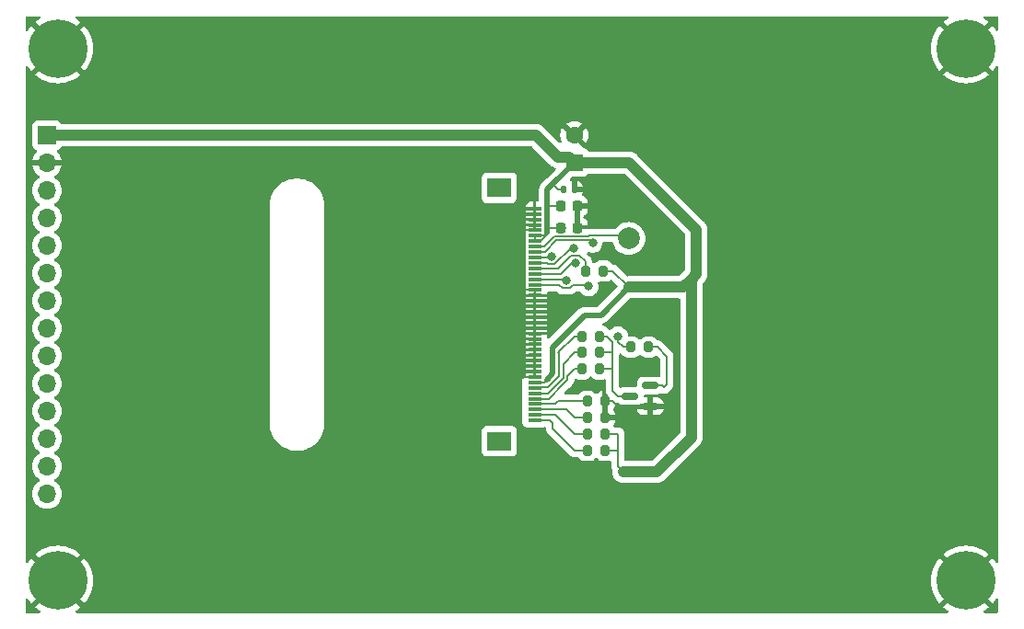
<source format=gbr>
%TF.GenerationSoftware,KiCad,Pcbnew,7.0.7-7.0.7~ubuntu22.04.1*%
%TF.CreationDate,2023-09-11T12:59:47+09:00*%
%TF.ProjectId,3_2LCD,335f324c-4344-42e6-9b69-6361645f7063,rev?*%
%TF.SameCoordinates,Original*%
%TF.FileFunction,Copper,L2,Bot*%
%TF.FilePolarity,Positive*%
%FSLAX46Y46*%
G04 Gerber Fmt 4.6, Leading zero omitted, Abs format (unit mm)*
G04 Created by KiCad (PCBNEW 7.0.7-7.0.7~ubuntu22.04.1) date 2023-09-11 12:59:47*
%MOMM*%
%LPD*%
G01*
G04 APERTURE LIST*
G04 Aperture macros list*
%AMRoundRect*
0 Rectangle with rounded corners*
0 $1 Rounding radius*
0 $2 $3 $4 $5 $6 $7 $8 $9 X,Y pos of 4 corners*
0 Add a 4 corners polygon primitive as box body*
4,1,4,$2,$3,$4,$5,$6,$7,$8,$9,$2,$3,0*
0 Add four circle primitives for the rounded corners*
1,1,$1+$1,$2,$3*
1,1,$1+$1,$4,$5*
1,1,$1+$1,$6,$7*
1,1,$1+$1,$8,$9*
0 Add four rect primitives between the rounded corners*
20,1,$1+$1,$2,$3,$4,$5,0*
20,1,$1+$1,$4,$5,$6,$7,0*
20,1,$1+$1,$6,$7,$8,$9,0*
20,1,$1+$1,$8,$9,$2,$3,0*%
G04 Aperture macros list end*
%TA.AperFunction,ComponentPad*%
%ADD10R,1.600000X1.600000*%
%TD*%
%TA.AperFunction,ComponentPad*%
%ADD11C,1.600000*%
%TD*%
%TA.AperFunction,ComponentPad*%
%ADD12R,1.700000X1.700000*%
%TD*%
%TA.AperFunction,ComponentPad*%
%ADD13O,1.700000X1.700000*%
%TD*%
%TA.AperFunction,ComponentPad*%
%ADD14C,3.100000*%
%TD*%
%TA.AperFunction,ConnectorPad*%
%ADD15C,5.400000*%
%TD*%
%TA.AperFunction,SMDPad,CuDef*%
%ADD16RoundRect,0.225000X-0.225000X-0.250000X0.225000X-0.250000X0.225000X0.250000X-0.225000X0.250000X0*%
%TD*%
%TA.AperFunction,SMDPad,CuDef*%
%ADD17RoundRect,0.140000X-0.140000X-0.170000X0.140000X-0.170000X0.140000X0.170000X-0.140000X0.170000X0*%
%TD*%
%TA.AperFunction,SMDPad,CuDef*%
%ADD18RoundRect,0.200000X0.200000X0.275000X-0.200000X0.275000X-0.200000X-0.275000X0.200000X-0.275000X0*%
%TD*%
%TA.AperFunction,SMDPad,CuDef*%
%ADD19RoundRect,0.200000X-0.200000X-0.275000X0.200000X-0.275000X0.200000X0.275000X-0.200000X0.275000X0*%
%TD*%
%TA.AperFunction,ComponentPad*%
%ADD20C,2.000000*%
%TD*%
%TA.AperFunction,SMDPad,CuDef*%
%ADD21R,1.300000X0.300000*%
%TD*%
%TA.AperFunction,SMDPad,CuDef*%
%ADD22R,2.200000X1.800000*%
%TD*%
%TA.AperFunction,SMDPad,CuDef*%
%ADD23RoundRect,0.150000X0.587500X0.150000X-0.587500X0.150000X-0.587500X-0.150000X0.587500X-0.150000X0*%
%TD*%
%TA.AperFunction,ViaPad*%
%ADD24C,1.016000*%
%TD*%
%TA.AperFunction,ViaPad*%
%ADD25C,0.800000*%
%TD*%
%TA.AperFunction,Conductor*%
%ADD26C,0.203200*%
%TD*%
%TA.AperFunction,Conductor*%
%ADD27C,0.508000*%
%TD*%
%TA.AperFunction,Conductor*%
%ADD28C,1.016000*%
%TD*%
%TA.AperFunction,Conductor*%
%ADD29C,0.250000*%
%TD*%
G04 APERTURE END LIST*
D10*
%TO.P,C3,1*%
%TO.N,+3V3*%
X176500000Y-113000000D03*
D11*
%TO.P,C3,2*%
%TO.N,GND*%
X176500000Y-110500000D03*
%TD*%
D12*
%TO.P,J1,1,Pin_1*%
%TO.N,+3V3*%
X128000000Y-110500000D03*
D13*
%TO.P,J1,2,Pin_2*%
%TO.N,GND*%
X128000000Y-113040000D03*
%TO.P,J1,3,Pin_3*%
%TO.N,Net-(J1-Pin_3)*%
X128000000Y-115580000D03*
%TO.P,J1,4,Pin_4*%
%TO.N,Net-(J1-Pin_4)*%
X128000000Y-118120000D03*
%TO.P,J1,5,Pin_5*%
%TO.N,Net-(J1-Pin_5)*%
X128000000Y-120660000D03*
%TO.P,J1,6,Pin_6*%
%TO.N,Net-(J1-Pin_6)*%
X128000000Y-123200000D03*
%TO.P,J1,7,Pin_7*%
%TO.N,Net-(J1-Pin_7)*%
X128000000Y-125740000D03*
%TO.P,J1,8,Pin_8*%
%TO.N,Net-(J1-Pin_8)*%
X128000000Y-128280000D03*
%TO.P,J1,9,Pin_9*%
%TO.N,Net-(J1-Pin_9)*%
X128000000Y-130820000D03*
%TO.P,J1,10,Pin_10*%
%TO.N,unconnected-(J1-Pin_10-Pad10)*%
X128000000Y-133360000D03*
%TO.P,J1,11,Pin_11*%
%TO.N,unconnected-(J1-Pin_11-Pad11)*%
X128000000Y-135900000D03*
%TO.P,J1,12,Pin_12*%
%TO.N,unconnected-(J1-Pin_12-Pad12)*%
X128000000Y-138440000D03*
%TO.P,J1,13,Pin_13*%
%TO.N,unconnected-(J1-Pin_13-Pad13)*%
X128000000Y-140980000D03*
%TO.P,J1,14,Pin_14*%
%TO.N,unconnected-(J1-Pin_14-Pad14)*%
X128000000Y-143520000D03*
%TD*%
D14*
%TO.P,H1,1,1*%
%TO.N,GND*%
X129000000Y-102500000D03*
D15*
X129000000Y-102500000D03*
%TD*%
D14*
%TO.P,H3,1,1*%
%TO.N,GND*%
X212500000Y-102500000D03*
D15*
X212500000Y-102500000D03*
%TD*%
D14*
%TO.P,H4,1,1*%
%TO.N,GND*%
X212500000Y-151500000D03*
D15*
X212500000Y-151500000D03*
%TD*%
D14*
%TO.P,H2,1,1*%
%TO.N,GND*%
X129000000Y-151500000D03*
D15*
X129000000Y-151500000D03*
%TD*%
D16*
%TO.P,C1,1*%
%TO.N,+3V3*%
X175225000Y-117000000D03*
%TO.P,C1,2*%
%TO.N,GND*%
X176775000Y-117000000D03*
%TD*%
D17*
%TO.P,C2,1*%
%TO.N,+3V3*%
X175520000Y-115500000D03*
%TO.P,C2,2*%
%TO.N,GND*%
X176480000Y-115500000D03*
%TD*%
D18*
%TO.P,R1,1*%
%TO.N,Net-(Q1-B)*%
X183325000Y-130000000D03*
%TO.P,R1,2*%
%TO.N,Net-(J1-Pin_8)*%
X181675000Y-130000000D03*
%TD*%
D19*
%TO.P,R2,1*%
%TO.N,Net-(R2-Pad1)*%
X177175000Y-132000000D03*
%TO.P,R2,2*%
%TO.N,Net-(Q1-C)*%
X178825000Y-132000000D03*
%TD*%
%TO.P,R3,1*%
%TO.N,Net-(R3-Pad1)*%
X177175000Y-129000000D03*
%TO.P,R3,2*%
%TO.N,Net-(Q1-C)*%
X178825000Y-129000000D03*
%TD*%
%TO.P,R4,1*%
%TO.N,Net-(R4-Pad1)*%
X177175000Y-130500000D03*
%TO.P,R4,2*%
%TO.N,Net-(Q1-C)*%
X178825000Y-130500000D03*
%TD*%
%TO.P,R5,1*%
%TO.N,Net-(U1-RD)*%
X177500000Y-123000000D03*
%TO.P,R5,2*%
%TO.N,+3V3*%
X179150000Y-123000000D03*
%TD*%
%TO.P,R6,1*%
%TO.N,Net-(U1-IM0)*%
X177675000Y-136500000D03*
%TO.P,R6,2*%
%TO.N,GND*%
X179325000Y-136500000D03*
%TD*%
%TO.P,R7,1*%
%TO.N,Net-(U1-IM1)*%
X177675000Y-138000000D03*
%TO.P,R7,2*%
%TO.N,+3V3*%
X179325000Y-138000000D03*
%TD*%
%TO.P,R8,1*%
%TO.N,Net-(U1-IM2)*%
X177675000Y-139500000D03*
%TO.P,R8,2*%
%TO.N,+3V3*%
X179325000Y-139500000D03*
%TD*%
D20*
%TO.P,TP1,1,1*%
%TO.N,Net-(U1-FMARK)*%
X181500000Y-120000000D03*
%TD*%
D21*
%TO.P,U1,1,XL/IRQ*%
%TO.N,GND*%
X172850000Y-117250000D03*
%TO.P,U1,2,XU/RST*%
X172850000Y-117750000D03*
%TO.P,U1,3,XR/SCL*%
X172850000Y-118250000D03*
%TO.P,U1,4,YD/SDA*%
X172850000Y-118750000D03*
%TO.P,U1,5,GND*%
X172850000Y-119250000D03*
%TO.P,U1,6,IOVCC*%
%TO.N,+3V3*%
X172850000Y-119750000D03*
%TO.P,U1,7,VCI*%
X172850000Y-120250000D03*
%TO.P,U1,8,FMARK*%
%TO.N,Net-(U1-FMARK)*%
X172850000Y-120750000D03*
%TO.P,U1,9,CS*%
%TO.N,Net-(J1-Pin_3)*%
X172850000Y-121250000D03*
%TO.P,U1,10,DC/SPI_SCL*%
%TO.N,Net-(J1-Pin_7)*%
X172850000Y-121750000D03*
%TO.P,U1,11,WR/SPI_DC*%
%TO.N,Net-(J1-Pin_5)*%
X172850000Y-122250000D03*
%TO.P,U1,12,RD*%
%TO.N,Net-(U1-RD)*%
X172850000Y-122750000D03*
%TO.P,U1,13,SPI_SDI/SDA*%
%TO.N,Net-(J1-Pin_6)*%
X172850000Y-123250000D03*
%TO.P,U1,14,SPI_SDO*%
%TO.N,Net-(J1-Pin_9)*%
X172850000Y-123750000D03*
%TO.P,U1,15,RESET*%
%TO.N,Net-(J1-Pin_4)*%
X172850000Y-124250000D03*
%TO.P,U1,16,GND*%
%TO.N,GND*%
X172850000Y-124750000D03*
%TO.P,U1,17,DB0*%
X172850000Y-125250000D03*
%TO.P,U1,18,DB1*%
X172850000Y-125750000D03*
%TO.P,U1,19,DB2*%
X172850000Y-126250000D03*
%TO.P,U1,20,DB3*%
X172850000Y-126750000D03*
%TO.P,U1,21,DB4*%
X172850000Y-127250000D03*
%TO.P,U1,22,DB5*%
X172850000Y-127750000D03*
%TO.P,U1,23,DB6*%
X172850000Y-128250000D03*
%TO.P,U1,24,DB7*%
X172850000Y-128750000D03*
%TO.P,U1,25,DB8*%
X172850000Y-129750000D03*
%TO.P,U1,26,DB9*%
X172850000Y-129250000D03*
%TO.P,U1,27,DB10*%
X172850000Y-130250000D03*
%TO.P,U1,28,DB11*%
X172850000Y-130750000D03*
%TO.P,U1,29,DB12*%
X172850000Y-131250000D03*
%TO.P,U1,30,DB13*%
X172850000Y-131750000D03*
%TO.P,U1,31,DB14*%
X172850000Y-132250000D03*
%TO.P,U1,32,DB15*%
X172850000Y-132750000D03*
%TO.P,U1,33,A*%
%TO.N,+3V3*%
X172850000Y-133250000D03*
%TO.P,U1,34,K*%
%TO.N,Net-(R3-Pad1)*%
X172850000Y-133750000D03*
%TO.P,U1,35,K*%
%TO.N,Net-(R4-Pad1)*%
X172850000Y-134250000D03*
%TO.P,U1,36,K*%
%TO.N,Net-(R2-Pad1)*%
X172850000Y-134750000D03*
%TO.P,U1,37,GND*%
%TO.N,Net-(R9-Pad1)*%
X172850000Y-135250000D03*
%TO.P,U1,38,IM0*%
%TO.N,Net-(U1-IM0)*%
X172850000Y-135750000D03*
%TO.P,U1,39,IM1*%
%TO.N,Net-(U1-IM1)*%
X172850000Y-136250000D03*
%TO.P,U1,40,IM2*%
%TO.N,Net-(U1-IM2)*%
X172850000Y-136750000D03*
D22*
%TO.P,U1,MP*%
%TO.N,N/C*%
X169600000Y-138650000D03*
X169600000Y-115350000D03*
%TD*%
D19*
%TO.P,R9,1*%
%TO.N,Net-(R9-Pad1)*%
X177675000Y-135000000D03*
%TO.P,R9,2*%
%TO.N,GND*%
X179325000Y-135000000D03*
%TD*%
D16*
%TO.P,C4,1*%
%TO.N,+3V3*%
X175225000Y-119000000D03*
%TO.P,C4,2*%
%TO.N,GND*%
X176775000Y-119000000D03*
%TD*%
D23*
%TO.P,Q1,1,B*%
%TO.N,Net-(Q1-B)*%
X183475000Y-133550000D03*
%TO.P,Q1,2,E*%
%TO.N,GND*%
X183475000Y-135450000D03*
%TO.P,Q1,3,C*%
%TO.N,Net-(Q1-C)*%
X181600000Y-134500000D03*
%TD*%
D24*
%TO.N,GND*%
X172000000Y-112500000D03*
X179000000Y-116500000D03*
X182000000Y-131500000D03*
X182000000Y-138000000D03*
D25*
%TO.N,Net-(J1-Pin_3)*%
X178175520Y-120411727D03*
%TO.N,Net-(J1-Pin_4)*%
X177800000Y-124400000D03*
%TO.N,Net-(J1-Pin_5)*%
X176469406Y-120881431D03*
%TO.N,Net-(J1-Pin_6)*%
X176604854Y-122284643D03*
%TO.N,Net-(J1-Pin_7)*%
X174375968Y-121651467D03*
%TO.N,Net-(J1-Pin_8)*%
X180500000Y-129000000D03*
%TO.N,Net-(J1-Pin_9)*%
X175722697Y-123850211D03*
%TD*%
D26*
%TO.N,+3V3*%
X174500000Y-115000000D02*
X175000000Y-115500000D01*
X175000000Y-119000000D02*
X174600000Y-119000000D01*
D27*
X174444390Y-130055610D02*
X177437988Y-127062012D01*
D28*
X184084122Y-141500000D02*
X181000000Y-141500000D01*
D26*
X173703200Y-119750000D02*
X173976600Y-119476600D01*
D27*
X178937988Y-127062012D02*
X181500000Y-124500000D01*
D28*
X187708001Y-119180159D02*
X187708001Y-123291999D01*
X128000000Y-110500000D02*
X173000000Y-110500000D01*
X187708001Y-123291999D02*
X187250000Y-123750000D01*
D26*
X179150000Y-123000000D02*
X180000000Y-123000000D01*
D27*
X174444390Y-132397590D02*
X174444390Y-130055610D01*
D28*
X176000000Y-112500000D02*
X176500000Y-113000000D01*
D26*
X179325000Y-139500000D02*
X180500000Y-139500000D01*
D28*
X186500000Y-124500000D02*
X181500000Y-124500000D01*
D26*
X175429776Y-115500000D02*
X175474888Y-115454888D01*
X175000000Y-115500000D02*
X175429776Y-115500000D01*
X173350000Y-120250000D02*
X173976600Y-119623400D01*
X172850000Y-133250000D02*
X173703200Y-133250000D01*
D28*
X176500000Y-113000000D02*
X181527842Y-113000000D01*
D26*
X172850000Y-119750000D02*
X173703200Y-119750000D01*
X180500000Y-138000000D02*
X180500000Y-141000000D01*
X172850000Y-120250000D02*
X172850000Y-119750000D01*
X172850000Y-120250000D02*
X173350000Y-120250000D01*
D28*
X173000000Y-110500000D02*
X175000000Y-112500000D01*
X187250000Y-123750000D02*
X187250000Y-138334122D01*
X175000000Y-112500000D02*
X176000000Y-112500000D01*
D27*
X177437988Y-127062012D02*
X178937988Y-127062012D01*
X174500000Y-115000000D02*
X174000000Y-115500000D01*
D28*
X181000000Y-141500000D02*
X181500000Y-141500000D01*
D27*
X176500000Y-113000000D02*
X174500000Y-115000000D01*
D28*
X187250000Y-123750000D02*
X186500000Y-124500000D01*
D27*
X174000000Y-115500000D02*
X174000000Y-117000000D01*
D26*
X175225000Y-117000000D02*
X174000000Y-117000000D01*
D27*
X174000000Y-119000000D02*
X174000000Y-119500000D01*
D26*
X180500000Y-141000000D02*
X181000000Y-141500000D01*
D27*
X173976600Y-132976600D02*
X174500000Y-132453200D01*
X175000000Y-119000000D02*
X175500000Y-119000000D01*
D26*
X174500000Y-132453200D02*
X174500000Y-130490616D01*
D28*
X187250000Y-138334122D02*
X184084122Y-141500000D01*
D27*
X174500000Y-132453200D02*
X174444390Y-132397590D01*
X174000000Y-117000000D02*
X174000000Y-119000000D01*
D26*
X179325000Y-138000000D02*
X180500000Y-138000000D01*
D28*
X181527842Y-113000000D02*
X187708001Y-119180159D01*
D26*
X180000000Y-123000000D02*
X181500000Y-124500000D01*
X173976600Y-119623400D02*
X173976600Y-119476600D01*
X174600000Y-119000000D02*
X174000000Y-119000000D01*
X173703200Y-133250000D02*
X173976600Y-132976600D01*
%TO.N,GND*%
X171733998Y-124750000D02*
X171491999Y-124991999D01*
X172850000Y-119250000D02*
X172850000Y-117250000D01*
X178500000Y-119000000D02*
X179000000Y-118500000D01*
X172850000Y-126250000D02*
X171750000Y-126250000D01*
X172850000Y-125250000D02*
X171750000Y-125250000D01*
X172850000Y-130750000D02*
X171733998Y-130750000D01*
X179325000Y-135000000D02*
X180000000Y-135000000D01*
X172850000Y-117750000D02*
X171750000Y-117750000D01*
X171750000Y-132250000D02*
X171491999Y-131991999D01*
X171750000Y-126250000D02*
X171491999Y-125991999D01*
D28*
X171491999Y-131991999D02*
X171491999Y-132491999D01*
D26*
X176775000Y-119000000D02*
X178500000Y-119000000D01*
X178500000Y-117000000D02*
X179000000Y-116500000D01*
X171733998Y-129250000D02*
X171491999Y-129008001D01*
X172850000Y-117250000D02*
X171733998Y-117250000D01*
X171750000Y-126750000D02*
X171491999Y-127008001D01*
X171733998Y-119250000D02*
X171491999Y-119008001D01*
D29*
X183475000Y-135450000D02*
X183475000Y-136525000D01*
D26*
X172850000Y-132250000D02*
X171750000Y-132250000D01*
D28*
X171491999Y-130508001D02*
X171491999Y-131991999D01*
D26*
X171750000Y-117750000D02*
X171491999Y-117491999D01*
X171750000Y-127750000D02*
X171491999Y-127491999D01*
X172850000Y-132750000D02*
X171750000Y-132750000D01*
X171750000Y-128750000D02*
X171491999Y-128491999D01*
X171750000Y-118750000D02*
X171491999Y-118491999D01*
D28*
X171491999Y-127491999D02*
X171491999Y-128491999D01*
D26*
X176480000Y-115500000D02*
X178000000Y-115500000D01*
X181500000Y-136500000D02*
X181000000Y-136500000D01*
X176775000Y-117000000D02*
X178500000Y-117000000D01*
D28*
X171491999Y-116732403D02*
X171491999Y-117491999D01*
D26*
X176453200Y-117000000D02*
X176725000Y-117000000D01*
X171733998Y-125750000D02*
X171491999Y-125508001D01*
D29*
X183475000Y-136525000D02*
X182000000Y-138000000D01*
D28*
X171491999Y-128491999D02*
X171491999Y-129008001D01*
X171491999Y-130008001D02*
X171491999Y-130508001D01*
D26*
X171733998Y-127250000D02*
X171491999Y-127008001D01*
X172850000Y-127250000D02*
X171733998Y-127250000D01*
D28*
X172000000Y-116224402D02*
X171491999Y-116732403D01*
D26*
X171733998Y-131750000D02*
X171491999Y-131991999D01*
X172850000Y-132750000D02*
X172850000Y-124750000D01*
X172850000Y-125750000D02*
X171733998Y-125750000D01*
X180000000Y-135000000D02*
X182000000Y-137000000D01*
X179000000Y-118500000D02*
X179000000Y-116500000D01*
X172850000Y-130250000D02*
X171733998Y-130250000D01*
X172850000Y-126750000D02*
X171750000Y-126750000D01*
X183500000Y-135450000D02*
X184050000Y-135450000D01*
X171750000Y-129750000D02*
X171491999Y-130008001D01*
X172850000Y-131750000D02*
X171733998Y-131750000D01*
X171733998Y-128250000D02*
X171491999Y-128491999D01*
X172850000Y-128250000D02*
X171733998Y-128250000D01*
X172850000Y-118250000D02*
X171733998Y-118250000D01*
X171733998Y-118250000D02*
X171491999Y-118491999D01*
D28*
X171491999Y-125508001D02*
X171491999Y-125991999D01*
D26*
X172850000Y-119250000D02*
X171733998Y-119250000D01*
X172850000Y-127750000D02*
X171750000Y-127750000D01*
X172850000Y-124750000D02*
X171733998Y-124750000D01*
D28*
X172000000Y-112500000D02*
X172000000Y-116224402D01*
X171491999Y-124991999D02*
X171491999Y-125508001D01*
X171491999Y-125991999D02*
X171491999Y-127008001D01*
D26*
X176725000Y-117000000D02*
X177000000Y-117000000D01*
D28*
X171491999Y-117491999D02*
X171491999Y-118491999D01*
D26*
X171750000Y-125250000D02*
X171491999Y-124991999D01*
D28*
X171491999Y-129008001D02*
X171491999Y-130008001D01*
X171491999Y-127008001D02*
X171491999Y-127491999D01*
D26*
X171750000Y-132750000D02*
X171491999Y-132491999D01*
X179325000Y-136500000D02*
X181500000Y-136500000D01*
X171733998Y-130750000D02*
X171491999Y-130508001D01*
D28*
X171491999Y-118491999D02*
X171491999Y-119008001D01*
D26*
X172850000Y-128750000D02*
X171750000Y-128750000D01*
X171733998Y-130250000D02*
X171491999Y-130008001D01*
X172850000Y-129250000D02*
X171733998Y-129250000D01*
D28*
X171491999Y-119008001D02*
X171491999Y-124991999D01*
D26*
X182000000Y-137000000D02*
X182000000Y-138000000D01*
X172850000Y-129750000D02*
X171750000Y-129750000D01*
X178000000Y-115500000D02*
X179000000Y-116500000D01*
X172850000Y-118750000D02*
X171750000Y-118750000D01*
X171733998Y-117250000D02*
X171491999Y-117491999D01*
%TO.N,Net-(J1-Pin_3)*%
X177943614Y-120179821D02*
X178175520Y-120411727D01*
X173019481Y-121250000D02*
X173763108Y-121250000D01*
X174833287Y-120179821D02*
X177943614Y-120179821D01*
X173763108Y-121250000D02*
X174833287Y-120179821D01*
%TO.N,Net-(J1-Pin_4)*%
X177650000Y-124250000D02*
X177800000Y-124400000D01*
X175385928Y-124551812D02*
X176059466Y-124551812D01*
X172850000Y-124250000D02*
X175084116Y-124250000D01*
X176059466Y-124551812D02*
X176361278Y-124250000D01*
X176361278Y-124250000D02*
X177650000Y-124250000D01*
X175084116Y-124250000D02*
X175385928Y-124551812D01*
%TO.N,Net-(J1-Pin_5)*%
X174039198Y-122353067D02*
X174690465Y-122353067D01*
X176162101Y-120881431D02*
X176469406Y-120881431D01*
X173019481Y-122250000D02*
X173936131Y-122250000D01*
X174690465Y-122353067D02*
X176162101Y-120881431D01*
X173936131Y-122250000D02*
X174039198Y-122353067D01*
%TO.N,Net-(J1-Pin_6)*%
X176232460Y-122284643D02*
X176604854Y-122284643D01*
X173019481Y-123250000D02*
X175267103Y-123250000D01*
X175267103Y-123250000D02*
X176232460Y-122284643D01*
%TO.N,Net-(J1-Pin_7)*%
X173019481Y-121750000D02*
X174277435Y-121750000D01*
X174277435Y-121750000D02*
X174375968Y-121651467D01*
%TO.N,Net-(J1-Pin_8)*%
X181000000Y-130000000D02*
X181675000Y-130000000D01*
X180500000Y-129500000D02*
X181000000Y-130000000D01*
X180500000Y-129000000D02*
X180500000Y-129500000D01*
%TO.N,Net-(J1-Pin_9)*%
X173019481Y-123750000D02*
X175622486Y-123750000D01*
X175622486Y-123750000D02*
X175722697Y-123850211D01*
%TO.N,Net-(R2-Pad1)*%
X175862031Y-132637969D02*
X175862031Y-133017371D01*
X174129402Y-134750000D02*
X172850000Y-134750000D01*
X176500000Y-132000000D02*
X175862031Y-132637969D01*
X175862031Y-133017371D02*
X175500000Y-133379402D01*
X177175000Y-132000000D02*
X176500000Y-132000000D01*
X176879402Y-132000000D02*
X177175000Y-132000000D01*
X175500000Y-133379402D02*
X174129402Y-134750000D01*
%TO.N,Net-(R3-Pad1)*%
X174037349Y-133701601D02*
X172850000Y-133701601D01*
X175000000Y-130500000D02*
X175055610Y-130555610D01*
X176500000Y-129000000D02*
X175000000Y-130500000D01*
X177175000Y-129000000D02*
X176500000Y-129000000D01*
X172850000Y-133701601D02*
X172850000Y-133750000D01*
X175055610Y-130555610D02*
X175055610Y-132683341D01*
X175055610Y-132683341D02*
X174037349Y-133701601D01*
%TO.N,Net-(R4-Pad1)*%
X175458821Y-132850356D02*
X174059177Y-134250000D01*
X177175000Y-130500000D02*
X176500000Y-130500000D01*
X174059177Y-134250000D02*
X172850000Y-134250000D01*
X175458821Y-131541179D02*
X175458821Y-132850356D01*
X176500000Y-130500000D02*
X175458821Y-131541179D01*
%TO.N,Net-(Q1-B)*%
X185000000Y-133400000D02*
X184700000Y-133700000D01*
X185000000Y-130887500D02*
X185000000Y-133400000D01*
X184112500Y-130000000D02*
X185000000Y-130887500D01*
X184550000Y-133550000D02*
X183475000Y-133550000D01*
X184700000Y-133700000D02*
X184550000Y-133550000D01*
X183325000Y-130000000D02*
X184112500Y-130000000D01*
%TO.N,Net-(Q1-C)*%
X180500000Y-134500000D02*
X180000000Y-134000000D01*
X180000000Y-132000000D02*
X180000000Y-132500000D01*
X178825000Y-130500000D02*
X180000000Y-130500000D01*
X178825000Y-132000000D02*
X180000000Y-132000000D01*
X180000000Y-129500000D02*
X180000000Y-130500000D01*
X181500000Y-134500000D02*
X180500000Y-134500000D01*
X178825000Y-129000000D02*
X179500000Y-129000000D01*
X179500000Y-129000000D02*
X180000000Y-129500000D01*
X180000000Y-134000000D02*
X180000000Y-133500000D01*
X180000000Y-130500000D02*
X180000000Y-133500000D01*
%TO.N,Net-(U1-RD)*%
X176194610Y-121583033D02*
X176953124Y-121583033D01*
X177500000Y-122129909D02*
X177500000Y-123000000D01*
X176953124Y-121583033D02*
X177500000Y-122129909D01*
X173025759Y-122756278D02*
X175021365Y-122756278D01*
X173019481Y-122750000D02*
X173025759Y-122756278D01*
X175021365Y-122756278D02*
X176194610Y-121583033D01*
%TO.N,Net-(U1-IM0)*%
X172850000Y-135750000D02*
X175750000Y-135750000D01*
X176500000Y-136500000D02*
X175750000Y-135750000D01*
X177675000Y-136500000D02*
X176500000Y-136500000D01*
%TO.N,Net-(U1-IM1)*%
X177675000Y-138000000D02*
X176500000Y-138000000D01*
X176500000Y-138000000D02*
X174750000Y-136250000D01*
X174750000Y-136250000D02*
X172850000Y-136250000D01*
%TO.N,Net-(R9-Pad1)*%
X175000000Y-135000000D02*
X174750000Y-135250000D01*
X174750000Y-135250000D02*
X172850000Y-135250000D01*
X177675000Y-135000000D02*
X175000000Y-135000000D01*
%TO.N,Net-(U1-IM2)*%
X177675000Y-139500000D02*
X176500000Y-139500000D01*
X174500000Y-137500000D02*
X174500000Y-137000000D01*
X174250000Y-136750000D02*
X174500000Y-137000000D01*
X176500000Y-139500000D02*
X174500000Y-137500000D01*
X172850000Y-136750000D02*
X174250000Y-136750000D01*
%TO.N,Net-(U1-FMARK)*%
X177822861Y-119709872D02*
X181209872Y-119709872D01*
X172850000Y-120750000D02*
X173692882Y-120750000D01*
X173692882Y-120750000D02*
X174666272Y-119776610D01*
X181209872Y-119709872D02*
X181500000Y-120000000D01*
X177756123Y-119776610D02*
X177822861Y-119709872D01*
X174666272Y-119776610D02*
X177756123Y-119776610D01*
%TD*%
%TA.AperFunction,Conductor*%
%TO.N,GND*%
G36*
X127910103Y-152334851D02*
G01*
X127957130Y-152368056D01*
X127957999Y-152367188D01*
X128132812Y-152542001D01*
X128131807Y-152543005D01*
X128167408Y-152596512D01*
X128168536Y-152667500D01*
X128136186Y-152723022D01*
X126917717Y-153941490D01*
X126996697Y-154012071D01*
X126996699Y-154012072D01*
X127290555Y-154220572D01*
X127290555Y-154220573D01*
X127322489Y-154238222D01*
X127372434Y-154288680D01*
X127387171Y-154358130D01*
X127362022Y-154424523D01*
X127304970Y-154466779D01*
X127261540Y-154474500D01*
X126151500Y-154474500D01*
X126083379Y-154454498D01*
X126036886Y-154400842D01*
X126025500Y-154348500D01*
X126025500Y-153941490D01*
X126025500Y-153238454D01*
X126045501Y-153170337D01*
X126099157Y-153123844D01*
X126169431Y-153113740D01*
X126234011Y-153143233D01*
X126261777Y-153177510D01*
X126279422Y-153209437D01*
X126279427Y-153209444D01*
X126487927Y-153503300D01*
X126487928Y-153503302D01*
X126558508Y-153582280D01*
X127776975Y-152363812D01*
X127839288Y-152329787D01*
X127910103Y-152334851D01*
G37*
%TD.AperFunction*%
%TA.AperFunction,Conductor*%
G36*
X186175621Y-125536502D02*
G01*
X186222114Y-125590158D01*
X186233500Y-125642500D01*
X186233500Y-137860883D01*
X186213498Y-137929004D01*
X186196595Y-137949978D01*
X183699979Y-140446595D01*
X183637667Y-140480620D01*
X183610884Y-140483500D01*
X181236100Y-140483500D01*
X181167979Y-140463498D01*
X181121486Y-140409842D01*
X181110100Y-140357500D01*
X181110100Y-139569584D01*
X181112333Y-139545970D01*
X181113735Y-139538619D01*
X181113735Y-139538618D01*
X181113736Y-139538613D01*
X181110223Y-139482780D01*
X181110100Y-139478844D01*
X181110100Y-138069584D01*
X181112333Y-138045970D01*
X181113735Y-138038619D01*
X181113735Y-138038618D01*
X181113736Y-138038613D01*
X181110223Y-137982780D01*
X181110100Y-137978844D01*
X181110100Y-137961619D01*
X181110099Y-137961613D01*
X181108629Y-137949978D01*
X181107940Y-137944521D01*
X181107568Y-137940585D01*
X181104057Y-137884770D01*
X181101742Y-137877645D01*
X181096566Y-137854490D01*
X181095629Y-137847068D01*
X181075038Y-137795063D01*
X181073704Y-137791358D01*
X181058392Y-137744229D01*
X181056423Y-137738169D01*
X181056422Y-137738167D01*
X181052406Y-137731840D01*
X181041640Y-137710708D01*
X181038884Y-137703746D01*
X181006005Y-137658492D01*
X181003781Y-137655219D01*
X181002330Y-137652933D01*
X180973826Y-137608017D01*
X180973825Y-137608016D01*
X180973824Y-137608014D01*
X180968365Y-137602888D01*
X180952686Y-137585103D01*
X180948280Y-137579039D01*
X180948279Y-137579038D01*
X180905170Y-137543375D01*
X180902216Y-137540770D01*
X180899669Y-137538378D01*
X180861458Y-137502496D01*
X180854884Y-137498881D01*
X180835277Y-137485555D01*
X180829507Y-137480781D01*
X180778900Y-137456968D01*
X180775399Y-137455185D01*
X180736424Y-137433758D01*
X180726377Y-137428234D01*
X180726371Y-137428232D01*
X180719118Y-137426370D01*
X180696811Y-137418339D01*
X180690031Y-137415148D01*
X180635107Y-137404671D01*
X180631245Y-137403808D01*
X180577074Y-137389900D01*
X180569585Y-137389900D01*
X180545973Y-137387668D01*
X180541098Y-137386738D01*
X180538614Y-137386264D01*
X180538610Y-137386264D01*
X180525825Y-137387068D01*
X180482781Y-137389776D01*
X180478845Y-137389900D01*
X180221388Y-137389900D01*
X180153267Y-137369898D01*
X180113563Y-137329090D01*
X180104863Y-137314699D01*
X180086739Y-137246060D01*
X180104864Y-137184331D01*
X180175365Y-137067707D01*
X180226518Y-136903553D01*
X180226518Y-136903552D01*
X180233000Y-136832222D01*
X180233000Y-136754000D01*
X179197000Y-136754000D01*
X179128879Y-136733998D01*
X179082386Y-136680342D01*
X179071000Y-136628000D01*
X179071000Y-134017000D01*
X179070999Y-134017000D01*
X179067768Y-134017001D01*
X178996446Y-134023481D01*
X178832293Y-134074633D01*
X178685159Y-134163578D01*
X178685153Y-134163583D01*
X178589449Y-134259287D01*
X178527137Y-134293312D01*
X178456321Y-134288246D01*
X178411259Y-134259287D01*
X178315156Y-134163185D01*
X178315155Y-134163184D01*
X178167911Y-134074172D01*
X178167906Y-134074170D01*
X178003646Y-134022986D01*
X177951722Y-134018268D01*
X177932265Y-134016500D01*
X177932262Y-134016500D01*
X177417738Y-134016500D01*
X177346353Y-134022986D01*
X177346352Y-134022986D01*
X177182093Y-134074170D01*
X177182088Y-134074172D01*
X177034844Y-134163184D01*
X177034839Y-134163188D01*
X176913188Y-134284839D01*
X176913184Y-134284844D01*
X176886440Y-134329085D01*
X176834081Y-134377033D01*
X176778612Y-134389900D01*
X175656504Y-134389900D01*
X175588383Y-134369898D01*
X175541890Y-134316242D01*
X175531786Y-134245968D01*
X175561280Y-134181388D01*
X175567395Y-134174818D01*
X175958547Y-133783667D01*
X175958548Y-133783665D01*
X175965723Y-133776490D01*
X175965728Y-133776483D01*
X176235977Y-133506235D01*
X176248125Y-133496505D01*
X176247910Y-133496245D01*
X176254009Y-133491199D01*
X176254014Y-133491197D01*
X176300202Y-133442011D01*
X176320578Y-133421636D01*
X176324660Y-133416372D01*
X176328494Y-133411883D01*
X176359535Y-133378829D01*
X176368757Y-133362052D01*
X176379612Y-133345528D01*
X176381781Y-133342731D01*
X176391343Y-133330405D01*
X176409355Y-133288778D01*
X176411940Y-133283501D01*
X176433796Y-133243749D01*
X176438555Y-133225209D01*
X176444959Y-133206506D01*
X176452563Y-133188936D01*
X176459654Y-133144163D01*
X176460855Y-133138356D01*
X176472131Y-133094445D01*
X176472131Y-133075307D01*
X176473682Y-133055596D01*
X176473832Y-133054649D01*
X176476677Y-133036687D01*
X176476666Y-133036576D01*
X176476683Y-133036490D01*
X176476926Y-133028763D01*
X176478171Y-133028802D01*
X176490162Y-132966877D01*
X176539200Y-132915537D01*
X176608210Y-132898858D01*
X176667289Y-132916881D01*
X176682087Y-132925827D01*
X176846351Y-132977013D01*
X176917735Y-132983500D01*
X177432264Y-132983499D01*
X177503649Y-132977013D01*
X177667913Y-132925827D01*
X177815155Y-132836816D01*
X177861116Y-132790855D01*
X177910905Y-132741067D01*
X177973217Y-132707041D01*
X178044032Y-132712106D01*
X178089095Y-132741067D01*
X178184839Y-132836811D01*
X178184844Y-132836815D01*
X178184845Y-132836816D01*
X178332087Y-132925827D01*
X178496351Y-132977013D01*
X178567735Y-132983500D01*
X179082264Y-132983499D01*
X179153649Y-132977013D01*
X179226416Y-132954337D01*
X179297402Y-132953169D01*
X179357752Y-132990563D01*
X179388305Y-133054649D01*
X179389900Y-133074633D01*
X179389900Y-133918738D01*
X179388192Y-133934208D01*
X179388527Y-133934240D01*
X179387781Y-133942130D01*
X179389900Y-134009567D01*
X179389900Y-134038378D01*
X179389901Y-134038395D01*
X179390733Y-134044984D01*
X179391198Y-134050897D01*
X179392622Y-134096202D01*
X179397962Y-134114581D01*
X179401971Y-134133936D01*
X179403980Y-134149839D01*
X179404371Y-134152933D01*
X179421059Y-134195082D01*
X179422983Y-134200700D01*
X179435626Y-134244222D01*
X179435629Y-134244229D01*
X179445371Y-134260703D01*
X179454065Y-134278448D01*
X179461116Y-134296255D01*
X179487764Y-134332933D01*
X179491025Y-134337897D01*
X179514092Y-134376903D01*
X179514093Y-134376904D01*
X179514094Y-134376905D01*
X179514095Y-134376906D01*
X179527626Y-134390437D01*
X179540464Y-134405468D01*
X179554936Y-134425387D01*
X179578795Y-134492255D01*
X179579000Y-134499448D01*
X179579000Y-136246000D01*
X180232999Y-136246000D01*
X180232999Y-136167778D01*
X180226518Y-136096446D01*
X180175365Y-135932292D01*
X180175364Y-135932289D01*
X180104572Y-135815184D01*
X180086448Y-135746540D01*
X180098939Y-135704000D01*
X182232507Y-135704000D01*
X182278818Y-135863401D01*
X182363448Y-136006501D01*
X182363449Y-136006503D01*
X182480996Y-136124050D01*
X182480998Y-136124051D01*
X182624098Y-136208681D01*
X182783751Y-136255065D01*
X182783749Y-136255065D01*
X182821039Y-136258000D01*
X183221000Y-136257999D01*
X183221000Y-135704000D01*
X183729000Y-135704000D01*
X183729000Y-136257999D01*
X184128958Y-136257999D01*
X184166250Y-136255065D01*
X184325900Y-136208681D01*
X184469001Y-136124051D01*
X184469003Y-136124050D01*
X184586550Y-136006503D01*
X184586551Y-136006501D01*
X184671181Y-135863401D01*
X184717493Y-135704000D01*
X183729000Y-135704000D01*
X183221000Y-135704000D01*
X182232507Y-135704000D01*
X180098939Y-135704000D01*
X180104572Y-135684816D01*
X180175364Y-135567710D01*
X180175365Y-135567707D01*
X180226518Y-135403553D01*
X180226518Y-135403552D01*
X180232999Y-135332222D01*
X180232999Y-135223774D01*
X180253000Y-135155653D01*
X180306656Y-135109160D01*
X180376930Y-135099055D01*
X180390335Y-135101731D01*
X180422926Y-135110100D01*
X180442064Y-135110100D01*
X180461774Y-135111650D01*
X180480684Y-135114646D01*
X180481219Y-135114595D01*
X180481635Y-135114675D01*
X180488608Y-135114895D01*
X180488572Y-135116019D01*
X180550919Y-135128092D01*
X180582178Y-135150938D01*
X180605693Y-135174453D01*
X180605694Y-135174454D01*
X180605696Y-135174455D01*
X180748894Y-135259143D01*
X180748897Y-135259143D01*
X180748899Y-135259145D01*
X180908669Y-135305562D01*
X180916134Y-135306149D01*
X180945994Y-135308500D01*
X180945998Y-135308500D01*
X182254006Y-135308500D01*
X182278888Y-135306541D01*
X182291331Y-135305562D01*
X182451101Y-135259145D01*
X182528203Y-135213546D01*
X182592342Y-135196000D01*
X183221000Y-135196000D01*
X183221000Y-134642000D01*
X183729000Y-134642000D01*
X183729000Y-135196000D01*
X184717492Y-135196000D01*
X184671181Y-135036598D01*
X184586551Y-134893498D01*
X184586550Y-134893496D01*
X184469003Y-134775949D01*
X184469001Y-134775948D01*
X184325901Y-134691318D01*
X184166248Y-134644934D01*
X184166250Y-134644934D01*
X184128961Y-134642000D01*
X183729000Y-134642000D01*
X183221000Y-134642000D01*
X182972000Y-134642000D01*
X182903879Y-134621998D01*
X182857386Y-134568342D01*
X182846000Y-134516000D01*
X182846000Y-134484500D01*
X182866002Y-134416379D01*
X182919658Y-134369886D01*
X182972000Y-134358500D01*
X184129006Y-134358500D01*
X184153888Y-134356541D01*
X184166331Y-134355562D01*
X184326101Y-134309145D01*
X184370865Y-134282670D01*
X184439681Y-134265210D01*
X184483939Y-134276710D01*
X184484229Y-134275907D01*
X184491694Y-134278594D01*
X184499003Y-134280228D01*
X184521558Y-134287556D01*
X184528432Y-134290531D01*
X184528433Y-134290531D01*
X184528435Y-134290532D01*
X184554303Y-134294629D01*
X184583687Y-134299283D01*
X184587567Y-134300023D01*
X184642128Y-134312219D01*
X184649609Y-134311983D01*
X184673285Y-134313473D01*
X184680684Y-134314646D01*
X184736377Y-134309381D01*
X184740292Y-134309134D01*
X184796199Y-134307378D01*
X184801496Y-134305838D01*
X184803390Y-134305289D01*
X184826689Y-134300844D01*
X184827347Y-134300781D01*
X184834147Y-134300139D01*
X184886798Y-134281182D01*
X184890508Y-134279977D01*
X184944225Y-134264372D01*
X184950672Y-134260558D01*
X184972131Y-134250461D01*
X184979181Y-134247924D01*
X185025443Y-134216482D01*
X185028757Y-134214379D01*
X185076906Y-134185905D01*
X185082202Y-134180608D01*
X185100469Y-134165495D01*
X185106673Y-134161280D01*
X185143674Y-134119309D01*
X185146350Y-134116459D01*
X185373946Y-133888864D01*
X185386094Y-133879134D01*
X185385879Y-133878874D01*
X185391978Y-133873828D01*
X185391983Y-133873826D01*
X185438171Y-133824640D01*
X185458547Y-133804265D01*
X185462628Y-133799002D01*
X185466460Y-133794515D01*
X185497504Y-133761458D01*
X185506725Y-133744682D01*
X185517575Y-133728165D01*
X185529313Y-133713034D01*
X185547323Y-133671412D01*
X185549919Y-133666115D01*
X185571765Y-133626378D01*
X185576525Y-133607836D01*
X185582930Y-133589132D01*
X185584988Y-133584375D01*
X185590532Y-133571565D01*
X185597623Y-133526792D01*
X185598824Y-133520985D01*
X185610100Y-133477074D01*
X185610100Y-133457936D01*
X185611651Y-133438225D01*
X185614277Y-133421645D01*
X185614646Y-133419316D01*
X185610819Y-133378829D01*
X185610380Y-133374181D01*
X185610100Y-133368249D01*
X185610100Y-130968767D01*
X185611808Y-130953296D01*
X185611474Y-130953265D01*
X185612220Y-130945372D01*
X185610100Y-130877915D01*
X185610100Y-130849118D01*
X185610100Y-130849117D01*
X185609267Y-130842525D01*
X185608802Y-130836622D01*
X185607378Y-130791301D01*
X185602037Y-130772919D01*
X185598027Y-130753557D01*
X185595629Y-130734568D01*
X185578936Y-130692406D01*
X185577022Y-130686815D01*
X185564373Y-130643275D01*
X185554621Y-130626786D01*
X185545931Y-130609046D01*
X185538884Y-130591246D01*
X185512237Y-130554569D01*
X185508986Y-130549621D01*
X185494158Y-130524548D01*
X185485906Y-130510593D01*
X185472374Y-130497061D01*
X185459533Y-130482028D01*
X185458655Y-130480820D01*
X185448279Y-130466538D01*
X185413335Y-130437630D01*
X185408962Y-130433650D01*
X184601368Y-129626056D01*
X184591635Y-129613908D01*
X184591376Y-129614123D01*
X184586328Y-129608020D01*
X184586326Y-129608017D01*
X184537141Y-129561829D01*
X184533828Y-129558516D01*
X184516769Y-129541456D01*
X184511508Y-129537375D01*
X184506995Y-129533520D01*
X184473960Y-129502498D01*
X184473955Y-129502494D01*
X184457185Y-129493275D01*
X184440657Y-129482418D01*
X184425535Y-129470688D01*
X184425536Y-129470688D01*
X184425534Y-129470687D01*
X184425530Y-129470685D01*
X184425528Y-129470684D01*
X184400760Y-129459966D01*
X184383930Y-129452682D01*
X184378603Y-129450073D01*
X184338879Y-129428235D01*
X184320330Y-129423472D01*
X184301633Y-129417070D01*
X184284064Y-129409467D01*
X184239288Y-129402375D01*
X184233473Y-129401171D01*
X184192974Y-129390772D01*
X184131968Y-129354458D01*
X184116480Y-129333915D01*
X184086818Y-129284849D01*
X184086816Y-129284845D01*
X184086812Y-129284841D01*
X184086810Y-129284838D01*
X183965160Y-129163188D01*
X183965155Y-129163184D01*
X183817913Y-129074173D01*
X183817912Y-129074172D01*
X183817911Y-129074172D01*
X183817906Y-129074170D01*
X183653646Y-129022986D01*
X183601722Y-129018268D01*
X183582265Y-129016500D01*
X183582262Y-129016500D01*
X183067738Y-129016500D01*
X182996353Y-129022986D01*
X182996352Y-129022986D01*
X182832093Y-129074170D01*
X182832088Y-129074172D01*
X182684844Y-129163184D01*
X182684839Y-129163188D01*
X182589095Y-129258933D01*
X182526783Y-129292959D01*
X182455968Y-129287894D01*
X182410905Y-129258933D01*
X182315160Y-129163188D01*
X182315155Y-129163184D01*
X182167913Y-129074173D01*
X182167912Y-129074172D01*
X182167911Y-129074172D01*
X182167906Y-129074170D01*
X182003646Y-129022986D01*
X181951722Y-129018268D01*
X181932265Y-129016500D01*
X181932262Y-129016500D01*
X181528689Y-129016500D01*
X181460568Y-128996498D01*
X181414075Y-128942842D01*
X181403379Y-128903670D01*
X181402993Y-128900000D01*
X181393542Y-128810072D01*
X181334527Y-128628444D01*
X181239040Y-128463056D01*
X181239038Y-128463054D01*
X181239034Y-128463048D01*
X181111255Y-128321135D01*
X180956752Y-128208882D01*
X180782288Y-128131206D01*
X180595487Y-128091500D01*
X180404513Y-128091500D01*
X180217711Y-128131206D01*
X180043247Y-128208882D01*
X179888746Y-128321134D01*
X179834844Y-128380998D01*
X179774397Y-128418237D01*
X179703413Y-128416885D01*
X179644429Y-128377371D01*
X179633379Y-128361870D01*
X179586821Y-128284852D01*
X179586817Y-128284847D01*
X179586816Y-128284845D01*
X179586813Y-128284842D01*
X179586810Y-128284838D01*
X179465160Y-128163188D01*
X179465155Y-128163184D01*
X179317911Y-128074172D01*
X179317906Y-128074170D01*
X179185859Y-128033024D01*
X179172453Y-128028846D01*
X179113368Y-127989485D01*
X179084942Y-127924428D01*
X179096202Y-127854330D01*
X179143572Y-127801447D01*
X179166838Y-127790153D01*
X179188357Y-127782321D01*
X179262428Y-127757777D01*
X179262431Y-127757774D01*
X179269078Y-127754676D01*
X179269104Y-127754732D01*
X179275991Y-127751398D01*
X179275964Y-127751343D01*
X179282521Y-127748049D01*
X179282523Y-127748047D01*
X179282527Y-127748046D01*
X179320990Y-127722747D01*
X179347727Y-127705163D01*
X179370918Y-127690857D01*
X179414137Y-127664200D01*
X179414139Y-127664197D01*
X179419897Y-127659646D01*
X179419935Y-127659694D01*
X179425862Y-127654867D01*
X179425822Y-127654819D01*
X179431441Y-127650102D01*
X179431450Y-127650097D01*
X179454815Y-127625330D01*
X179485010Y-127593327D01*
X181524933Y-125553405D01*
X181587245Y-125519379D01*
X181614028Y-125516500D01*
X186107500Y-125516500D01*
X186175621Y-125536502D01*
G37*
%TD.AperFunction*%
%TA.AperFunction,Conductor*%
G36*
X180767434Y-130570175D02*
G01*
X180773617Y-130571762D01*
X180773622Y-130571765D01*
X180786358Y-130575035D01*
X180847362Y-130611348D01*
X180862845Y-130631885D01*
X180913184Y-130715155D01*
X180913186Y-130715156D01*
X180913186Y-130715157D01*
X180913188Y-130715160D01*
X181034839Y-130836811D01*
X181034844Y-130836815D01*
X181034845Y-130836816D01*
X181182087Y-130925827D01*
X181346351Y-130977013D01*
X181417735Y-130983500D01*
X181932264Y-130983499D01*
X182003649Y-130977013D01*
X182167913Y-130925827D01*
X182315155Y-130836816D01*
X182360670Y-130791301D01*
X182410905Y-130741067D01*
X182473217Y-130707041D01*
X182544032Y-130712106D01*
X182589095Y-130741067D01*
X182684839Y-130836811D01*
X182684844Y-130836815D01*
X182684845Y-130836816D01*
X182832087Y-130925827D01*
X182996351Y-130977013D01*
X183067735Y-130983500D01*
X183582264Y-130983499D01*
X183653649Y-130977013D01*
X183817913Y-130925827D01*
X183956307Y-130842164D01*
X184024949Y-130824040D01*
X184092495Y-130845905D01*
X184110585Y-130860897D01*
X184352995Y-131103306D01*
X184387020Y-131165619D01*
X184389900Y-131192402D01*
X184389900Y-132641574D01*
X184369898Y-132709695D01*
X184316242Y-132756188D01*
X184245968Y-132766292D01*
X184228749Y-132762571D01*
X184166335Y-132744438D01*
X184166329Y-132744437D01*
X184129006Y-132741500D01*
X184129002Y-132741500D01*
X182820998Y-132741500D01*
X182820994Y-132741500D01*
X182783670Y-132744437D01*
X182623894Y-132790856D01*
X182480696Y-132875544D01*
X182480689Y-132875549D01*
X182363049Y-132993189D01*
X182363044Y-132993196D01*
X182278356Y-133136394D01*
X182231937Y-133296170D01*
X182229000Y-133333494D01*
X182229000Y-133565500D01*
X182208998Y-133633621D01*
X182155342Y-133680114D01*
X182103000Y-133691500D01*
X180945994Y-133691500D01*
X180908670Y-133694437D01*
X180908667Y-133694438D01*
X180771252Y-133734360D01*
X180700256Y-133734157D01*
X180640640Y-133695602D01*
X180611332Y-133630937D01*
X180610100Y-133613363D01*
X180610100Y-133461616D01*
X180610100Y-132766292D01*
X180610100Y-132069573D01*
X180612331Y-132045973D01*
X180613736Y-132038613D01*
X180610223Y-131982780D01*
X180610100Y-131978844D01*
X180610100Y-130692217D01*
X180630102Y-130624096D01*
X180683758Y-130577603D01*
X180754032Y-130567499D01*
X180767434Y-130570175D01*
G37*
%TD.AperFunction*%
%TA.AperFunction,Conductor*%
G36*
X181122725Y-114036502D02*
G01*
X181143699Y-114053405D01*
X186654596Y-119564302D01*
X186688622Y-119626614D01*
X186691501Y-119653397D01*
X186691501Y-122818760D01*
X186671499Y-122886881D01*
X186654600Y-122907850D01*
X186586827Y-122975624D01*
X186568730Y-122993721D01*
X186564148Y-122997874D01*
X186527746Y-123027749D01*
X186497875Y-123064148D01*
X186493721Y-123068730D01*
X186115855Y-123446596D01*
X186053545Y-123480620D01*
X186026762Y-123483500D01*
X181450063Y-123483500D01*
X181414916Y-123486961D01*
X181345163Y-123473730D01*
X181313474Y-123450662D01*
X180488868Y-122626056D01*
X180479135Y-122613908D01*
X180478876Y-122614123D01*
X180473828Y-122608020D01*
X180473826Y-122608017D01*
X180424641Y-122561829D01*
X180404269Y-122541456D01*
X180399008Y-122537375D01*
X180394495Y-122533520D01*
X180361460Y-122502498D01*
X180361455Y-122502494D01*
X180344685Y-122493275D01*
X180328157Y-122482418D01*
X180313035Y-122470688D01*
X180313036Y-122470688D01*
X180313034Y-122470687D01*
X180313030Y-122470685D01*
X180313028Y-122470684D01*
X180288260Y-122459966D01*
X180271430Y-122452682D01*
X180266103Y-122450073D01*
X180226379Y-122428235D01*
X180207830Y-122423472D01*
X180189133Y-122417070D01*
X180171564Y-122409467D01*
X180126788Y-122402375D01*
X180120974Y-122401171D01*
X180097152Y-122395055D01*
X180077074Y-122389900D01*
X180077073Y-122389900D01*
X180057936Y-122389900D01*
X180038223Y-122388348D01*
X180025452Y-122386325D01*
X179961299Y-122355912D01*
X179937336Y-122327060D01*
X179911821Y-122284852D01*
X179911817Y-122284847D01*
X179911816Y-122284845D01*
X179911813Y-122284842D01*
X179911810Y-122284838D01*
X179790160Y-122163188D01*
X179790155Y-122163184D01*
X179642911Y-122074172D01*
X179642906Y-122074170D01*
X179478646Y-122022986D01*
X179426722Y-122018268D01*
X179407265Y-122016500D01*
X179407262Y-122016500D01*
X178892738Y-122016500D01*
X178821353Y-122022986D01*
X178821352Y-122022986D01*
X178657093Y-122074170D01*
X178657088Y-122074172D01*
X178509844Y-122163184D01*
X178509839Y-122163188D01*
X178414095Y-122258933D01*
X178351783Y-122292959D01*
X178280968Y-122287894D01*
X178235905Y-122258933D01*
X178146559Y-122169587D01*
X178112533Y-122107275D01*
X178110885Y-122095425D01*
X178110597Y-122095462D01*
X178110100Y-122091531D01*
X178110100Y-122091526D01*
X178109265Y-122084924D01*
X178108801Y-122079028D01*
X178107378Y-122033710D01*
X178102036Y-122015325D01*
X178098028Y-121995972D01*
X178095629Y-121976977D01*
X178078938Y-121934823D01*
X178077017Y-121929210D01*
X178074773Y-121921485D01*
X178064372Y-121885683D01*
X178054628Y-121869206D01*
X178045933Y-121851456D01*
X178038887Y-121833663D01*
X178038884Y-121833655D01*
X178012233Y-121796974D01*
X178008978Y-121792017D01*
X177985905Y-121753002D01*
X177985903Y-121753000D01*
X177985902Y-121752998D01*
X177972374Y-121739470D01*
X177959533Y-121724437D01*
X177958656Y-121723230D01*
X177948279Y-121708947D01*
X177913335Y-121680039D01*
X177908962Y-121676059D01*
X177689326Y-121456423D01*
X177655300Y-121394111D01*
X177660365Y-121323296D01*
X177702912Y-121266460D01*
X177769432Y-121241649D01*
X177829668Y-121252220D01*
X177893232Y-121280521D01*
X178080033Y-121320227D01*
X178271007Y-121320227D01*
X178457808Y-121280521D01*
X178632272Y-121202845D01*
X178786773Y-121090593D01*
X178788353Y-121088838D01*
X178914554Y-120948678D01*
X178914555Y-120948676D01*
X178914560Y-120948671D01*
X179010047Y-120783283D01*
X179069062Y-120601655D01*
X179086808Y-120432802D01*
X179113822Y-120367145D01*
X179172044Y-120326515D01*
X179212119Y-120319972D01*
X179926123Y-120319972D01*
X179994244Y-120339974D01*
X180040737Y-120393630D01*
X180048641Y-120416557D01*
X180060892Y-120467584D01*
X180060894Y-120467590D01*
X180060895Y-120467594D01*
X180151760Y-120686963D01*
X180210788Y-120783288D01*
X180275825Y-120889417D01*
X180275826Y-120889419D01*
X180430030Y-121069969D01*
X180610580Y-121224173D01*
X180610584Y-121224176D01*
X180813037Y-121348240D01*
X181032406Y-121439105D01*
X181263289Y-121494535D01*
X181500000Y-121513165D01*
X181736711Y-121494535D01*
X181967594Y-121439105D01*
X182186963Y-121348240D01*
X182389416Y-121224176D01*
X182569969Y-121069969D01*
X182724176Y-120889416D01*
X182848240Y-120686963D01*
X182939105Y-120467594D01*
X182994535Y-120236711D01*
X183013165Y-120000000D01*
X182994535Y-119763289D01*
X182939105Y-119532406D01*
X182848240Y-119313037D01*
X182724176Y-119110584D01*
X182724173Y-119110580D01*
X182569969Y-118930030D01*
X182389419Y-118775826D01*
X182389417Y-118775825D01*
X182389416Y-118775824D01*
X182186963Y-118651760D01*
X182174185Y-118646467D01*
X181967592Y-118560894D01*
X181770050Y-118513469D01*
X181736711Y-118505465D01*
X181500000Y-118486835D01*
X181263289Y-118505465D01*
X181032407Y-118560894D01*
X180813038Y-118651759D01*
X180610582Y-118775825D01*
X180610580Y-118775826D01*
X180430033Y-118930028D01*
X180322782Y-119055603D01*
X180263331Y-119094412D01*
X180226971Y-119099772D01*
X177904128Y-119099772D01*
X177888657Y-119098063D01*
X177888626Y-119098398D01*
X177880733Y-119097651D01*
X177815331Y-119099707D01*
X177813275Y-119099772D01*
X177784478Y-119099772D01*
X177777878Y-119100604D01*
X177771971Y-119101069D01*
X177726662Y-119102493D01*
X177708277Y-119107835D01*
X177688921Y-119111843D01*
X177669931Y-119114242D01*
X177627782Y-119130929D01*
X177622167Y-119132852D01*
X177578636Y-119145500D01*
X177578630Y-119145503D01*
X177572778Y-119148964D01*
X177508640Y-119166510D01*
X176647000Y-119166510D01*
X176578879Y-119146508D01*
X176532386Y-119092852D01*
X176521000Y-119040510D01*
X176521000Y-117254000D01*
X177029000Y-117254000D01*
X177029000Y-118746000D01*
X177733000Y-118746000D01*
X177733000Y-118701147D01*
X177722744Y-118600770D01*
X177722742Y-118600758D01*
X177668847Y-118438115D01*
X177578890Y-118292271D01*
X177578885Y-118292265D01*
X177457734Y-118171114D01*
X177457725Y-118171107D01*
X177354181Y-118107241D01*
X177306702Y-118054456D01*
X177295299Y-117984381D01*
X177323591Y-117919265D01*
X177354181Y-117892759D01*
X177457725Y-117828892D01*
X177457734Y-117828885D01*
X177578885Y-117707734D01*
X177578890Y-117707728D01*
X177668847Y-117561884D01*
X177722742Y-117399241D01*
X177722744Y-117399229D01*
X177732999Y-117298852D01*
X177733000Y-117298852D01*
X177733000Y-117254000D01*
X177029000Y-117254000D01*
X176521000Y-117254000D01*
X176521000Y-116872000D01*
X176541002Y-116803879D01*
X176594658Y-116757386D01*
X176647000Y-116746000D01*
X177733000Y-116746000D01*
X177733000Y-116701147D01*
X177722744Y-116600770D01*
X177722742Y-116600758D01*
X177668847Y-116438115D01*
X177578890Y-116292271D01*
X177578885Y-116292265D01*
X177457734Y-116171114D01*
X177457728Y-116171109D01*
X177311884Y-116081152D01*
X177311885Y-116081152D01*
X177302564Y-116078064D01*
X177244192Y-116037650D01*
X177216937Y-115972094D01*
X177221200Y-115923307D01*
X177265109Y-115772173D01*
X177266539Y-115754000D01*
X176434500Y-115754000D01*
X176366379Y-115733998D01*
X176319886Y-115680342D01*
X176308500Y-115628000D01*
X176308500Y-115264512D01*
X176305606Y-115227747D01*
X176300723Y-115210938D01*
X176259894Y-115070403D01*
X176259892Y-115070399D01*
X176243546Y-115042758D01*
X176226000Y-114978620D01*
X176226000Y-114688326D01*
X176734000Y-114688326D01*
X176734000Y-115246000D01*
X177266539Y-115246000D01*
X177266539Y-115245999D01*
X177265109Y-115227826D01*
X177219429Y-115070599D01*
X177136091Y-114929681D01*
X177136085Y-114929674D01*
X177020325Y-114813914D01*
X177020318Y-114813908D01*
X176879400Y-114730570D01*
X176879402Y-114730570D01*
X176734000Y-114688326D01*
X176226000Y-114688326D01*
X176225998Y-114688325D01*
X176223676Y-114689000D01*
X176152680Y-114688797D01*
X176093064Y-114650242D01*
X176063756Y-114585577D01*
X176074061Y-114515333D01*
X176099425Y-114478912D01*
X176232933Y-114345404D01*
X176295247Y-114311379D01*
X176322029Y-114308500D01*
X177348632Y-114308500D01*
X177348638Y-114308500D01*
X177348645Y-114308499D01*
X177348649Y-114308499D01*
X177409196Y-114301990D01*
X177409199Y-114301989D01*
X177409201Y-114301989D01*
X177546204Y-114250889D01*
X177663261Y-114163261D01*
X177735328Y-114066990D01*
X177792165Y-114024444D01*
X177836197Y-114016500D01*
X181054604Y-114016500D01*
X181122725Y-114036502D01*
G37*
%TD.AperFunction*%
%TA.AperFunction,Conductor*%
G36*
X210829661Y-99545502D02*
G01*
X210876154Y-99599158D01*
X210886258Y-99669432D01*
X210856764Y-99734012D01*
X210822489Y-99761778D01*
X210790555Y-99779426D01*
X210790555Y-99779427D01*
X210496702Y-99987924D01*
X210496692Y-99987932D01*
X210417717Y-100058508D01*
X211636187Y-101276977D01*
X211670212Y-101339289D01*
X211665148Y-101410104D01*
X211631945Y-101457134D01*
X211632812Y-101458001D01*
X211628925Y-101461887D01*
X211628922Y-101461890D01*
X211461890Y-101628922D01*
X211458000Y-101632812D01*
X211456996Y-101631808D01*
X211403480Y-101667411D01*
X211332492Y-101668535D01*
X211276977Y-101636187D01*
X210058508Y-100417717D01*
X209987932Y-100496692D01*
X209987924Y-100496702D01*
X209779427Y-100790555D01*
X209779426Y-100790555D01*
X209605139Y-101105904D01*
X209605136Y-101105909D01*
X209467252Y-101438790D01*
X209367501Y-101785034D01*
X209307147Y-102140255D01*
X209286945Y-102499999D01*
X209307147Y-102859744D01*
X209367501Y-103214965D01*
X209467252Y-103561209D01*
X209605136Y-103894090D01*
X209605139Y-103894095D01*
X209779426Y-104209444D01*
X209987927Y-104503300D01*
X209987928Y-104503302D01*
X210058508Y-104582280D01*
X211276975Y-103363812D01*
X211339288Y-103329787D01*
X211410103Y-103334851D01*
X211457130Y-103368056D01*
X211457999Y-103367188D01*
X211632812Y-103542001D01*
X211631807Y-103543005D01*
X211667408Y-103596512D01*
X211668536Y-103667500D01*
X211636186Y-103723022D01*
X210417717Y-104941490D01*
X210496697Y-105012071D01*
X210496699Y-105012072D01*
X210790555Y-105220572D01*
X210790555Y-105220573D01*
X211105904Y-105394860D01*
X211105909Y-105394863D01*
X211438790Y-105532747D01*
X211785034Y-105632498D01*
X212140255Y-105692852D01*
X212499999Y-105713054D01*
X212859744Y-105692852D01*
X213214965Y-105632498D01*
X213561209Y-105532747D01*
X213894090Y-105394863D01*
X213894095Y-105394860D01*
X214209444Y-105220573D01*
X214209444Y-105220572D01*
X214503300Y-105012072D01*
X214503313Y-105012062D01*
X214582281Y-104941491D01*
X214582281Y-104941490D01*
X213363812Y-103723022D01*
X213329787Y-103660710D01*
X213334851Y-103589895D01*
X213368063Y-103542877D01*
X213367187Y-103542001D01*
X213371078Y-103538110D01*
X213538110Y-103371078D01*
X213538112Y-103371074D01*
X213541999Y-103367188D01*
X213543005Y-103368194D01*
X213596498Y-103332595D01*
X213667486Y-103331458D01*
X213723022Y-103363812D01*
X214941490Y-104582281D01*
X214941491Y-104582281D01*
X215012062Y-104503313D01*
X215012072Y-104503300D01*
X215220572Y-104209444D01*
X215220573Y-104209444D01*
X215238222Y-104177511D01*
X215288680Y-104127566D01*
X215358130Y-104112829D01*
X215424523Y-104137978D01*
X215466779Y-104195030D01*
X215474500Y-104238460D01*
X215474500Y-149761539D01*
X215454498Y-149829660D01*
X215400842Y-149876153D01*
X215330568Y-149886257D01*
X215265988Y-149856763D01*
X215238223Y-149822489D01*
X215220577Y-149790562D01*
X215220572Y-149790555D01*
X215012072Y-149496699D01*
X215012071Y-149496697D01*
X214941490Y-149417718D01*
X213723022Y-150636186D01*
X213660710Y-150670212D01*
X213589894Y-150665147D01*
X213542871Y-150631941D01*
X213542001Y-150632812D01*
X213367188Y-150457999D01*
X213368190Y-150456996D01*
X213332588Y-150403479D01*
X213331464Y-150332491D01*
X213363812Y-150276975D01*
X214582280Y-149058508D01*
X214503302Y-148987928D01*
X214503300Y-148987927D01*
X214209444Y-148779427D01*
X214209444Y-148779426D01*
X213894095Y-148605139D01*
X213894090Y-148605136D01*
X213561209Y-148467252D01*
X213214965Y-148367501D01*
X212859744Y-148307147D01*
X212499999Y-148286945D01*
X212140255Y-148307147D01*
X211785034Y-148367501D01*
X211438790Y-148467252D01*
X211105909Y-148605136D01*
X211105904Y-148605139D01*
X210790555Y-148779426D01*
X210790555Y-148779427D01*
X210496702Y-148987924D01*
X210496692Y-148987932D01*
X210417717Y-149058508D01*
X211636187Y-150276977D01*
X211670212Y-150339289D01*
X211665148Y-150410104D01*
X211631945Y-150457134D01*
X211632812Y-150458001D01*
X211628925Y-150461887D01*
X211628922Y-150461890D01*
X211461890Y-150628922D01*
X211458000Y-150632812D01*
X211456996Y-150631808D01*
X211403480Y-150667411D01*
X211332492Y-150668535D01*
X211276977Y-150636187D01*
X210058508Y-149417717D01*
X209987932Y-149496692D01*
X209987924Y-149496702D01*
X209779427Y-149790555D01*
X209779426Y-149790555D01*
X209605139Y-150105904D01*
X209605136Y-150105909D01*
X209467252Y-150438790D01*
X209367501Y-150785034D01*
X209307147Y-151140255D01*
X209286945Y-151499999D01*
X209307147Y-151859744D01*
X209367501Y-152214965D01*
X209467252Y-152561209D01*
X209605136Y-152894090D01*
X209605139Y-152894095D01*
X209779426Y-153209444D01*
X209987927Y-153503300D01*
X209987928Y-153503302D01*
X210058508Y-153582280D01*
X211276975Y-152363812D01*
X211339288Y-152329787D01*
X211410103Y-152334851D01*
X211457130Y-152368056D01*
X211457999Y-152367188D01*
X211632812Y-152542001D01*
X211631807Y-152543005D01*
X211667408Y-152596512D01*
X211668536Y-152667500D01*
X211636186Y-152723022D01*
X210417717Y-153941490D01*
X210496697Y-154012071D01*
X210496699Y-154012072D01*
X210790555Y-154220572D01*
X210790555Y-154220573D01*
X210822489Y-154238222D01*
X210872434Y-154288680D01*
X210887171Y-154358130D01*
X210862022Y-154424523D01*
X210804970Y-154466779D01*
X210761540Y-154474500D01*
X130738460Y-154474500D01*
X130670339Y-154454498D01*
X130623846Y-154400842D01*
X130613742Y-154330568D01*
X130643236Y-154265988D01*
X130677511Y-154238222D01*
X130709444Y-154220573D01*
X130709444Y-154220572D01*
X131003300Y-154012072D01*
X131003313Y-154012062D01*
X131082281Y-153941491D01*
X131082281Y-153941490D01*
X129863812Y-152723022D01*
X129829787Y-152660710D01*
X129834851Y-152589895D01*
X129868063Y-152542877D01*
X129867187Y-152542001D01*
X129871078Y-152538110D01*
X130038110Y-152371078D01*
X130038112Y-152371074D01*
X130041999Y-152367188D01*
X130043005Y-152368194D01*
X130096498Y-152332595D01*
X130167486Y-152331458D01*
X130223022Y-152363812D01*
X131441490Y-153582281D01*
X131441491Y-153582281D01*
X131512062Y-153503313D01*
X131512072Y-153503300D01*
X131720572Y-153209444D01*
X131720573Y-153209444D01*
X131894860Y-152894095D01*
X131894863Y-152894090D01*
X132032747Y-152561209D01*
X132132498Y-152214965D01*
X132192852Y-151859744D01*
X132213054Y-151500000D01*
X132192852Y-151140255D01*
X132132498Y-150785034D01*
X132032747Y-150438790D01*
X131894863Y-150105909D01*
X131894860Y-150105904D01*
X131720573Y-149790555D01*
X131512072Y-149496699D01*
X131512071Y-149496697D01*
X131441490Y-149417718D01*
X130223022Y-150636186D01*
X130160710Y-150670212D01*
X130089894Y-150665147D01*
X130042871Y-150631941D01*
X130042001Y-150632812D01*
X129867188Y-150457999D01*
X129868190Y-150456996D01*
X129832588Y-150403479D01*
X129831464Y-150332491D01*
X129863812Y-150276975D01*
X131082280Y-149058508D01*
X131003302Y-148987928D01*
X131003300Y-148987927D01*
X130709444Y-148779427D01*
X130709444Y-148779426D01*
X130394095Y-148605139D01*
X130394090Y-148605136D01*
X130061209Y-148467252D01*
X129714965Y-148367501D01*
X129359744Y-148307147D01*
X128999999Y-148286945D01*
X128640255Y-148307147D01*
X128285034Y-148367501D01*
X127938790Y-148467252D01*
X127605909Y-148605136D01*
X127605904Y-148605139D01*
X127290555Y-148779426D01*
X127290555Y-148779427D01*
X126996702Y-148987924D01*
X126996692Y-148987932D01*
X126917717Y-149058508D01*
X128136187Y-150276977D01*
X128170212Y-150339289D01*
X128165148Y-150410104D01*
X128131945Y-150457134D01*
X128132812Y-150458001D01*
X128128925Y-150461887D01*
X128128922Y-150461890D01*
X127961890Y-150628922D01*
X127958000Y-150632812D01*
X127956996Y-150631808D01*
X127903480Y-150667411D01*
X127832492Y-150668535D01*
X127776977Y-150636187D01*
X126558508Y-149417717D01*
X126487932Y-149496692D01*
X126487924Y-149496702D01*
X126279427Y-149790555D01*
X126279422Y-149790562D01*
X126261776Y-149822491D01*
X126211318Y-149872436D01*
X126141868Y-149887172D01*
X126075475Y-149862022D01*
X126033220Y-149804970D01*
X126025500Y-149761546D01*
X126025500Y-143520000D01*
X126636844Y-143520000D01*
X126655437Y-143744375D01*
X126710702Y-143962612D01*
X126710703Y-143962613D01*
X126801141Y-144168793D01*
X126924275Y-144357265D01*
X126924279Y-144357270D01*
X127076762Y-144522908D01*
X127131331Y-144565381D01*
X127254424Y-144661189D01*
X127452426Y-144768342D01*
X127452427Y-144768342D01*
X127452428Y-144768343D01*
X127564227Y-144806723D01*
X127665365Y-144841444D01*
X127887431Y-144878500D01*
X127887435Y-144878500D01*
X128112565Y-144878500D01*
X128112569Y-144878500D01*
X128334635Y-144841444D01*
X128547574Y-144768342D01*
X128745576Y-144661189D01*
X128923240Y-144522906D01*
X129075722Y-144357268D01*
X129198860Y-144168791D01*
X129289296Y-143962616D01*
X129344564Y-143744368D01*
X129363156Y-143520000D01*
X129344564Y-143295632D01*
X129289296Y-143077384D01*
X129198860Y-142871209D01*
X129192140Y-142860924D01*
X129075724Y-142682734D01*
X129075720Y-142682729D01*
X128923237Y-142517091D01*
X128828899Y-142443665D01*
X128745576Y-142378811D01*
X128712319Y-142360813D01*
X128661929Y-142310802D01*
X128646576Y-142241485D01*
X128671136Y-142174872D01*
X128712320Y-142139186D01*
X128745576Y-142121189D01*
X128923240Y-141982906D01*
X129075722Y-141817268D01*
X129198860Y-141628791D01*
X129289296Y-141422616D01*
X129344564Y-141204368D01*
X129363156Y-140980000D01*
X129344564Y-140755632D01*
X129289296Y-140537384D01*
X129198860Y-140331209D01*
X129192140Y-140320924D01*
X129075724Y-140142734D01*
X129075720Y-140142729D01*
X128954916Y-140011503D01*
X128923240Y-139977094D01*
X128923239Y-139977093D01*
X128923237Y-139977091D01*
X128841228Y-139913261D01*
X128745576Y-139838811D01*
X128745569Y-139838807D01*
X128712318Y-139820812D01*
X128661928Y-139770798D01*
X128646576Y-139701481D01*
X128671137Y-139634869D01*
X128712315Y-139599188D01*
X128713311Y-139598649D01*
X167991500Y-139598649D01*
X167998009Y-139659196D01*
X167998011Y-139659204D01*
X168049110Y-139796202D01*
X168049112Y-139796207D01*
X168136738Y-139913261D01*
X168253792Y-140000887D01*
X168253794Y-140000888D01*
X168253796Y-140000889D01*
X168269443Y-140006725D01*
X168390795Y-140051988D01*
X168390803Y-140051990D01*
X168451350Y-140058499D01*
X168451355Y-140058499D01*
X168451362Y-140058500D01*
X168451368Y-140058500D01*
X170748632Y-140058500D01*
X170748638Y-140058500D01*
X170748645Y-140058499D01*
X170748649Y-140058499D01*
X170809196Y-140051990D01*
X170809199Y-140051989D01*
X170809201Y-140051989D01*
X170814738Y-140049924D01*
X170828045Y-140044960D01*
X170946204Y-140000889D01*
X170950725Y-139997505D01*
X171063261Y-139913261D01*
X171150887Y-139796207D01*
X171150887Y-139796206D01*
X171150889Y-139796204D01*
X171201989Y-139659201D01*
X171208442Y-139599183D01*
X171208499Y-139598649D01*
X171208500Y-139598632D01*
X171208500Y-137701367D01*
X171208499Y-137701350D01*
X171201990Y-137640803D01*
X171201988Y-137640795D01*
X171163789Y-137538383D01*
X171150889Y-137503796D01*
X171150888Y-137503794D01*
X171150887Y-137503792D01*
X171063261Y-137386738D01*
X170946207Y-137299112D01*
X170946202Y-137299110D01*
X170809204Y-137248011D01*
X170809196Y-137248009D01*
X170748649Y-137241500D01*
X170748638Y-137241500D01*
X168451362Y-137241500D01*
X168451350Y-137241500D01*
X168390803Y-137248009D01*
X168390795Y-137248011D01*
X168253797Y-137299110D01*
X168253792Y-137299112D01*
X168136738Y-137386738D01*
X168049112Y-137503792D01*
X168049110Y-137503797D01*
X167998011Y-137640795D01*
X167998009Y-137640803D01*
X167991500Y-137701350D01*
X167991500Y-139598649D01*
X128713311Y-139598649D01*
X128745576Y-139581189D01*
X128923240Y-139442906D01*
X129075722Y-139277268D01*
X129198860Y-139088791D01*
X129289296Y-138882616D01*
X129344564Y-138664368D01*
X129363156Y-138440000D01*
X129344564Y-138215632D01*
X129299681Y-138038392D01*
X129289297Y-137997387D01*
X129289296Y-137997386D01*
X129289296Y-137997384D01*
X129198860Y-137791209D01*
X129184502Y-137769233D01*
X129075724Y-137602734D01*
X129075720Y-137602729D01*
X128923237Y-137437091D01*
X128836908Y-137369898D01*
X128745576Y-137298811D01*
X128712319Y-137280813D01*
X128661929Y-137230802D01*
X128646576Y-137161485D01*
X128649790Y-137152768D01*
X148474500Y-137152768D01*
X148511327Y-137456062D01*
X148511329Y-137456072D01*
X148580859Y-137738167D01*
X148584445Y-137752717D01*
X148620228Y-137847068D01*
X148692786Y-138038387D01*
X148692793Y-138038404D01*
X148834772Y-138308922D01*
X148834776Y-138308929D01*
X149008331Y-138560367D01*
X149008334Y-138560371D01*
X149210937Y-138789062D01*
X149439628Y-138991665D01*
X149439632Y-138991668D01*
X149691070Y-139165223D01*
X149691077Y-139165227D01*
X149961595Y-139307206D01*
X149961602Y-139307208D01*
X149961608Y-139307212D01*
X150247283Y-139415555D01*
X150543934Y-139488672D01*
X150847235Y-139525500D01*
X150847239Y-139525500D01*
X151152761Y-139525500D01*
X151152765Y-139525500D01*
X151456066Y-139488672D01*
X151752717Y-139415555D01*
X152038392Y-139307212D01*
X152038401Y-139307207D01*
X152038404Y-139307206D01*
X152130808Y-139258708D01*
X152308925Y-139165226D01*
X152560370Y-138991666D01*
X152789062Y-138789062D01*
X152991666Y-138560370D01*
X153165226Y-138308925D01*
X153307212Y-138038392D01*
X153415555Y-137752717D01*
X153488672Y-137456066D01*
X153525500Y-137152765D01*
X153525500Y-137000000D01*
X153525500Y-136991715D01*
X153525500Y-131900000D01*
X171692000Y-131900000D01*
X171692000Y-131948599D01*
X171696079Y-131986531D01*
X171696079Y-132013469D01*
X171692000Y-132051400D01*
X171692000Y-132100000D01*
X172700000Y-132100000D01*
X172700000Y-131900000D01*
X171692000Y-131900000D01*
X153525500Y-131900000D01*
X153525500Y-131400000D01*
X171692000Y-131400000D01*
X171692000Y-131448599D01*
X171696079Y-131486531D01*
X171696079Y-131513469D01*
X171692000Y-131551400D01*
X171692000Y-131600000D01*
X172700000Y-131600000D01*
X172700000Y-131400000D01*
X171692000Y-131400000D01*
X153525500Y-131400000D01*
X153525500Y-130900000D01*
X171692000Y-130900000D01*
X171692000Y-130948599D01*
X171696079Y-130986531D01*
X171696079Y-131013469D01*
X171692000Y-131051400D01*
X171692000Y-131100000D01*
X172700000Y-131100000D01*
X172700000Y-130900000D01*
X171692000Y-130900000D01*
X153525500Y-130900000D01*
X153525500Y-130400000D01*
X171692000Y-130400000D01*
X171692000Y-130448599D01*
X171696079Y-130486531D01*
X171696079Y-130513469D01*
X171692000Y-130551400D01*
X171692000Y-130600000D01*
X172700000Y-130600000D01*
X172700000Y-130400000D01*
X171692000Y-130400000D01*
X153525500Y-130400000D01*
X153525500Y-129900000D01*
X171692000Y-129900000D01*
X171692000Y-129948599D01*
X171696079Y-129986531D01*
X171696079Y-130013469D01*
X171692000Y-130051400D01*
X171692000Y-130100000D01*
X172700000Y-130100000D01*
X172700000Y-129900000D01*
X171692000Y-129900000D01*
X153525500Y-129900000D01*
X153525500Y-129400000D01*
X171692000Y-129400000D01*
X171692000Y-129448599D01*
X171696079Y-129486531D01*
X171696079Y-129513469D01*
X171692000Y-129551400D01*
X171692000Y-129600000D01*
X172700000Y-129600000D01*
X172700000Y-129400000D01*
X171692000Y-129400000D01*
X153525500Y-129400000D01*
X153525500Y-128900000D01*
X171692000Y-128900000D01*
X171692000Y-128948599D01*
X171696079Y-128986531D01*
X171696079Y-129013469D01*
X171692000Y-129051400D01*
X171692000Y-129100000D01*
X172700000Y-129100000D01*
X172700000Y-128900000D01*
X171692000Y-128900000D01*
X153525500Y-128900000D01*
X153525500Y-128400000D01*
X171692000Y-128400000D01*
X171692000Y-128448599D01*
X171696079Y-128486531D01*
X171696079Y-128513469D01*
X171692000Y-128551400D01*
X171692000Y-128600000D01*
X172700000Y-128600000D01*
X172700000Y-128400000D01*
X173000000Y-128400000D01*
X173000000Y-128600000D01*
X174008000Y-128600000D01*
X174008000Y-128551413D01*
X174007999Y-128551409D01*
X174003920Y-128513473D01*
X174003920Y-128486527D01*
X174007999Y-128448590D01*
X174008000Y-128448586D01*
X174008000Y-128400000D01*
X173000000Y-128400000D01*
X172700000Y-128400000D01*
X171692000Y-128400000D01*
X153525500Y-128400000D01*
X153525500Y-127900000D01*
X171692000Y-127900000D01*
X171692000Y-127948599D01*
X171696079Y-127986531D01*
X171696079Y-128013469D01*
X171692000Y-128051400D01*
X171692000Y-128100000D01*
X172700000Y-128100000D01*
X172700000Y-127900000D01*
X173000000Y-127900000D01*
X173000000Y-128100000D01*
X174008000Y-128100000D01*
X174008000Y-128051413D01*
X174007999Y-128051409D01*
X174003920Y-128013473D01*
X174003920Y-127986527D01*
X174007999Y-127948590D01*
X174008000Y-127948586D01*
X174008000Y-127900000D01*
X173000000Y-127900000D01*
X172700000Y-127900000D01*
X171692000Y-127900000D01*
X153525500Y-127900000D01*
X153525500Y-127400000D01*
X171692000Y-127400000D01*
X171692000Y-127448599D01*
X171696079Y-127486531D01*
X171696079Y-127513469D01*
X171692000Y-127551400D01*
X171692000Y-127600000D01*
X172700000Y-127600000D01*
X172700000Y-127400000D01*
X173000000Y-127400000D01*
X173000000Y-127600000D01*
X174008000Y-127600000D01*
X174008000Y-127551413D01*
X174007999Y-127551409D01*
X174003920Y-127513473D01*
X174003920Y-127486527D01*
X174007999Y-127448590D01*
X174008000Y-127448586D01*
X174008000Y-127400000D01*
X173000000Y-127400000D01*
X172700000Y-127400000D01*
X171692000Y-127400000D01*
X153525500Y-127400000D01*
X153525500Y-126994928D01*
X153525500Y-126994927D01*
X153525500Y-126900000D01*
X171692000Y-126900000D01*
X171692000Y-126948599D01*
X171696079Y-126986531D01*
X171696079Y-127013469D01*
X171692000Y-127051400D01*
X171692000Y-127100000D01*
X172700000Y-127100000D01*
X172700000Y-126900000D01*
X173000000Y-126900000D01*
X173000000Y-127100000D01*
X174008000Y-127100000D01*
X174008000Y-127051413D01*
X174007999Y-127051409D01*
X174003920Y-127013473D01*
X174003920Y-126986527D01*
X174007999Y-126948590D01*
X174008000Y-126948586D01*
X174008000Y-126900000D01*
X173000000Y-126900000D01*
X172700000Y-126900000D01*
X171692000Y-126900000D01*
X153525500Y-126900000D01*
X153525500Y-126400000D01*
X171692000Y-126400000D01*
X171692000Y-126448599D01*
X171696079Y-126486531D01*
X171696079Y-126513469D01*
X171692000Y-126551400D01*
X171692000Y-126600000D01*
X172700000Y-126600000D01*
X172700000Y-126400000D01*
X173000000Y-126400000D01*
X173000000Y-126600000D01*
X174008000Y-126600000D01*
X174008000Y-126551413D01*
X174007999Y-126551409D01*
X174003920Y-126513473D01*
X174003920Y-126486527D01*
X174007999Y-126448590D01*
X174008000Y-126448586D01*
X174008000Y-126400000D01*
X173000000Y-126400000D01*
X172700000Y-126400000D01*
X171692000Y-126400000D01*
X153525500Y-126400000D01*
X153525500Y-125900000D01*
X171692000Y-125900000D01*
X171692000Y-125948599D01*
X171696079Y-125986531D01*
X171696079Y-126013469D01*
X171692000Y-126051400D01*
X171692000Y-126100000D01*
X172700000Y-126100000D01*
X172700000Y-125900000D01*
X173000000Y-125900000D01*
X173000000Y-126100000D01*
X174008000Y-126100000D01*
X174008000Y-126051413D01*
X174007999Y-126051409D01*
X174003920Y-126013473D01*
X174003920Y-125986527D01*
X174007999Y-125948590D01*
X174008000Y-125948586D01*
X174008000Y-125900000D01*
X173000000Y-125900000D01*
X172700000Y-125900000D01*
X171692000Y-125900000D01*
X153525500Y-125900000D01*
X153525500Y-125400000D01*
X171692000Y-125400000D01*
X171692000Y-125448599D01*
X171696079Y-125486531D01*
X171696079Y-125513469D01*
X171692000Y-125551400D01*
X171692000Y-125600000D01*
X172700000Y-125600000D01*
X172700000Y-125400000D01*
X173000000Y-125400000D01*
X173000000Y-125600000D01*
X174008000Y-125600000D01*
X174008000Y-125551413D01*
X174007999Y-125551409D01*
X174003920Y-125513473D01*
X174003920Y-125486527D01*
X174007999Y-125448590D01*
X174008000Y-125448586D01*
X174008000Y-125400000D01*
X173000000Y-125400000D01*
X172700000Y-125400000D01*
X171692000Y-125400000D01*
X153525500Y-125400000D01*
X153525500Y-118400000D01*
X171692000Y-118400000D01*
X171692000Y-118448599D01*
X171696079Y-118486531D01*
X171696079Y-118513469D01*
X171692000Y-118551400D01*
X171692000Y-118600000D01*
X172700000Y-118600000D01*
X172700000Y-118400000D01*
X171692000Y-118400000D01*
X153525500Y-118400000D01*
X153525500Y-117900000D01*
X171692000Y-117900000D01*
X171692000Y-117948599D01*
X171696079Y-117986531D01*
X171696079Y-118013469D01*
X171692000Y-118051400D01*
X171692000Y-118100000D01*
X172700000Y-118100000D01*
X172700000Y-117900000D01*
X171692000Y-117900000D01*
X153525500Y-117900000D01*
X153525500Y-117400000D01*
X171692000Y-117400000D01*
X171692000Y-117448599D01*
X171696079Y-117486531D01*
X171696079Y-117513469D01*
X171692000Y-117551400D01*
X171692000Y-117600000D01*
X172700000Y-117600000D01*
X172700000Y-117400000D01*
X171692000Y-117400000D01*
X153525500Y-117400000D01*
X153525500Y-117100000D01*
X171692000Y-117100000D01*
X172700000Y-117100000D01*
X172700000Y-116592000D01*
X172151402Y-116592000D01*
X172090906Y-116598505D01*
X171954035Y-116649555D01*
X171954034Y-116649555D01*
X171837095Y-116737095D01*
X171749555Y-116854034D01*
X171749555Y-116854035D01*
X171698505Y-116990906D01*
X171692000Y-117051402D01*
X171692000Y-117100000D01*
X153525500Y-117100000D01*
X153525500Y-116994928D01*
X153525500Y-116994927D01*
X153525500Y-116847235D01*
X153488672Y-116543934D01*
X153428215Y-116298649D01*
X167991500Y-116298649D01*
X167998009Y-116359196D01*
X167998011Y-116359204D01*
X168049110Y-116496202D01*
X168049112Y-116496207D01*
X168136738Y-116613261D01*
X168253792Y-116700887D01*
X168253794Y-116700888D01*
X168253796Y-116700889D01*
X168308219Y-116721188D01*
X168390795Y-116751988D01*
X168390803Y-116751990D01*
X168451350Y-116758499D01*
X168451355Y-116758499D01*
X168451362Y-116758500D01*
X168451368Y-116758500D01*
X170748632Y-116758500D01*
X170748638Y-116758500D01*
X170748645Y-116758499D01*
X170748649Y-116758499D01*
X170809196Y-116751990D01*
X170809199Y-116751989D01*
X170809201Y-116751989D01*
X170946204Y-116700889D01*
X171063261Y-116613261D01*
X171087700Y-116580614D01*
X171150887Y-116496207D01*
X171150887Y-116496206D01*
X171150889Y-116496204D01*
X171201989Y-116359201D01*
X171208500Y-116298638D01*
X171208500Y-114401362D01*
X171208499Y-114401350D01*
X171201990Y-114340803D01*
X171201988Y-114340795D01*
X171150889Y-114203797D01*
X171150887Y-114203792D01*
X171063261Y-114086738D01*
X170946207Y-113999112D01*
X170946202Y-113999110D01*
X170809204Y-113948011D01*
X170809196Y-113948009D01*
X170748649Y-113941500D01*
X170748638Y-113941500D01*
X168451362Y-113941500D01*
X168451350Y-113941500D01*
X168390803Y-113948009D01*
X168390795Y-113948011D01*
X168253797Y-113999110D01*
X168253792Y-113999112D01*
X168136738Y-114086738D01*
X168049112Y-114203792D01*
X168049110Y-114203797D01*
X167998011Y-114340795D01*
X167998009Y-114340803D01*
X167991500Y-114401350D01*
X167991500Y-116298649D01*
X153428215Y-116298649D01*
X153415555Y-116247283D01*
X153307212Y-115961608D01*
X153307208Y-115961602D01*
X153307206Y-115961595D01*
X153165227Y-115691077D01*
X153165223Y-115691070D01*
X152991668Y-115439632D01*
X152991665Y-115439628D01*
X152789062Y-115210937D01*
X152560371Y-115008334D01*
X152560367Y-115008331D01*
X152308929Y-114834776D01*
X152308922Y-114834772D01*
X152038404Y-114692793D01*
X152038387Y-114692786D01*
X151785070Y-114596715D01*
X151752717Y-114584445D01*
X151752715Y-114584444D01*
X151752714Y-114584444D01*
X151456072Y-114511329D01*
X151456062Y-114511327D01*
X151152768Y-114474500D01*
X151152765Y-114474500D01*
X150847235Y-114474500D01*
X150847231Y-114474500D01*
X150543937Y-114511327D01*
X150543927Y-114511329D01*
X150247285Y-114584444D01*
X149961612Y-114692786D01*
X149961595Y-114692793D01*
X149691077Y-114834772D01*
X149691070Y-114834776D01*
X149439632Y-115008331D01*
X149439628Y-115008334D01*
X149210937Y-115210937D01*
X149008334Y-115439628D01*
X149008331Y-115439632D01*
X148834776Y-115691070D01*
X148834772Y-115691077D01*
X148692793Y-115961595D01*
X148692786Y-115961612D01*
X148584444Y-116247285D01*
X148511329Y-116543927D01*
X148511327Y-116543937D01*
X148474500Y-116847231D01*
X148474500Y-137152768D01*
X128649790Y-137152768D01*
X128671136Y-137094872D01*
X128712320Y-137059186D01*
X128745576Y-137041189D01*
X128923240Y-136902906D01*
X129075722Y-136737268D01*
X129198860Y-136548791D01*
X129289296Y-136342616D01*
X129344564Y-136124368D01*
X129363156Y-135900000D01*
X129344564Y-135675632D01*
X129317286Y-135567913D01*
X129289297Y-135457387D01*
X129289296Y-135457386D01*
X129289296Y-135457384D01*
X129198860Y-135251209D01*
X129148713Y-135174453D01*
X129075724Y-135062734D01*
X129075720Y-135062729D01*
X128923237Y-134897091D01*
X128841382Y-134833381D01*
X128745576Y-134758811D01*
X128736374Y-134753831D01*
X128712318Y-134740812D01*
X128661928Y-134690798D01*
X128646576Y-134621481D01*
X128671137Y-134554869D01*
X128712315Y-134519188D01*
X128745576Y-134501189D01*
X128923240Y-134362906D01*
X129075722Y-134197268D01*
X129198860Y-134008791D01*
X129289296Y-133802616D01*
X129344564Y-133584368D01*
X129363156Y-133360000D01*
X129344564Y-133135632D01*
X129308494Y-132993196D01*
X129289297Y-132917387D01*
X129289296Y-132917386D01*
X129289296Y-132917384D01*
X129198860Y-132711209D01*
X129174327Y-132673658D01*
X129075724Y-132522734D01*
X129075720Y-132522729D01*
X128923237Y-132357091D01*
X128841382Y-132293381D01*
X128745576Y-132218811D01*
X128712319Y-132200813D01*
X128661929Y-132150802D01*
X128646576Y-132081485D01*
X128671136Y-132014872D01*
X128712320Y-131979186D01*
X128712952Y-131978844D01*
X128745576Y-131961189D01*
X128923240Y-131822906D01*
X129075722Y-131657268D01*
X129198860Y-131468791D01*
X129289296Y-131262616D01*
X129344564Y-131044368D01*
X129363156Y-130820000D01*
X129344564Y-130595632D01*
X129337440Y-130567499D01*
X129289297Y-130377387D01*
X129289296Y-130377386D01*
X129289296Y-130377384D01*
X129198860Y-130171209D01*
X129152337Y-130100000D01*
X129075724Y-129982734D01*
X129075720Y-129982729D01*
X128923237Y-129817091D01*
X128792270Y-129715155D01*
X128745576Y-129678811D01*
X128712319Y-129660813D01*
X128661929Y-129610802D01*
X128646576Y-129541485D01*
X128671136Y-129474872D01*
X128712320Y-129439186D01*
X128745576Y-129421189D01*
X128923240Y-129282906D01*
X129075722Y-129117268D01*
X129198860Y-128928791D01*
X129289296Y-128722616D01*
X129344564Y-128504368D01*
X129363156Y-128280000D01*
X129344564Y-128055632D01*
X129295381Y-127861414D01*
X129289297Y-127837387D01*
X129289296Y-127837386D01*
X129289296Y-127837384D01*
X129198860Y-127631209D01*
X129178470Y-127600000D01*
X129075724Y-127442734D01*
X129075720Y-127442729D01*
X128923237Y-127277091D01*
X128841382Y-127213381D01*
X128745576Y-127138811D01*
X128712319Y-127120813D01*
X128661929Y-127070802D01*
X128646576Y-127001485D01*
X128671136Y-126934872D01*
X128712320Y-126899186D01*
X128745576Y-126881189D01*
X128923240Y-126742906D01*
X129075722Y-126577268D01*
X129198860Y-126388791D01*
X129289296Y-126182616D01*
X129344564Y-125964368D01*
X129363156Y-125740000D01*
X129344564Y-125515632D01*
X129289296Y-125297384D01*
X129198860Y-125091209D01*
X129172860Y-125051413D01*
X129075724Y-124902734D01*
X129075720Y-124902729D01*
X128923237Y-124737091D01*
X128841382Y-124673381D01*
X128745576Y-124598811D01*
X128729162Y-124589928D01*
X128712318Y-124580812D01*
X128661928Y-124530798D01*
X128646576Y-124461481D01*
X128671137Y-124394869D01*
X128712315Y-124359188D01*
X128745576Y-124341189D01*
X128923240Y-124202906D01*
X129075722Y-124037268D01*
X129198860Y-123848791D01*
X129289296Y-123642616D01*
X129344564Y-123424368D01*
X129363156Y-123200000D01*
X129344564Y-122975632D01*
X129289296Y-122757384D01*
X129198860Y-122551209D01*
X129157889Y-122488498D01*
X129075724Y-122362734D01*
X129075720Y-122362729D01*
X128923237Y-122197091D01*
X128841382Y-122133381D01*
X128745576Y-122058811D01*
X128712319Y-122040813D01*
X128661929Y-121990802D01*
X128646576Y-121921485D01*
X128671136Y-121854872D01*
X128712320Y-121819186D01*
X128745576Y-121801189D01*
X128923240Y-121662906D01*
X129075722Y-121497268D01*
X129198860Y-121308791D01*
X129289296Y-121102616D01*
X129344564Y-120884368D01*
X129363156Y-120660000D01*
X129344564Y-120435632D01*
X129289296Y-120217384D01*
X129198860Y-120011209D01*
X129157991Y-119948654D01*
X129075724Y-119822734D01*
X129075720Y-119822729D01*
X128923237Y-119657091D01*
X128804022Y-119564302D01*
X128745576Y-119518811D01*
X128712319Y-119500813D01*
X128661929Y-119450802D01*
X128646576Y-119381485D01*
X128671136Y-119314872D01*
X128712320Y-119279186D01*
X128745576Y-119261189D01*
X128923240Y-119122906D01*
X129075722Y-118957268D01*
X129198860Y-118768791D01*
X129289296Y-118562616D01*
X129344564Y-118344368D01*
X129363156Y-118120000D01*
X129344564Y-117895632D01*
X129289296Y-117677384D01*
X129198860Y-117471209D01*
X129086254Y-117298852D01*
X129075724Y-117282734D01*
X129075720Y-117282729D01*
X128923237Y-117117091D01*
X128838840Y-117051402D01*
X128745576Y-116978811D01*
X128712319Y-116960813D01*
X128661929Y-116910802D01*
X128646576Y-116841485D01*
X128671136Y-116774872D01*
X128712320Y-116739186D01*
X128716184Y-116737095D01*
X128745576Y-116721189D01*
X128923240Y-116582906D01*
X129075722Y-116417268D01*
X129198860Y-116228791D01*
X129289296Y-116022616D01*
X129344564Y-115804368D01*
X129363156Y-115580000D01*
X129344564Y-115355632D01*
X129312179Y-115227746D01*
X129289297Y-115137387D01*
X129289296Y-115137386D01*
X129289296Y-115137384D01*
X129198860Y-114931209D01*
X129188310Y-114915061D01*
X129075724Y-114742734D01*
X129075720Y-114742729D01*
X128941937Y-114597404D01*
X128923240Y-114577094D01*
X128923239Y-114577093D01*
X128923237Y-114577091D01*
X128838745Y-114511328D01*
X128745576Y-114438811D01*
X128711792Y-114420528D01*
X128661402Y-114370516D01*
X128646050Y-114301199D01*
X128670610Y-114234586D01*
X128711793Y-114198901D01*
X128745300Y-114180767D01*
X128745301Y-114180767D01*
X128922902Y-114042534D01*
X129075325Y-113876958D01*
X129198419Y-113688548D01*
X129288820Y-113482456D01*
X129288823Y-113482449D01*
X129336544Y-113294000D01*
X128614844Y-113294000D01*
X128546723Y-113273998D01*
X128500230Y-113220342D01*
X128490126Y-113150068D01*
X128493947Y-113132504D01*
X128500000Y-113111888D01*
X128500000Y-112968111D01*
X128493947Y-112947496D01*
X128493948Y-112876500D01*
X128532333Y-112816774D01*
X128596914Y-112787282D01*
X128614844Y-112786000D01*
X129336544Y-112786000D01*
X129336544Y-112785999D01*
X129288823Y-112597550D01*
X129288820Y-112597543D01*
X129198419Y-112391451D01*
X129075325Y-112203041D01*
X128932018Y-112047367D01*
X128900598Y-111983702D01*
X128908585Y-111913156D01*
X128953444Y-111858127D01*
X128980679Y-111843977D01*
X129096204Y-111800889D01*
X129213261Y-111713261D01*
X129300889Y-111596204D01*
X129300889Y-111596201D01*
X129305205Y-111588299D01*
X129306945Y-111589249D01*
X129342591Y-111541632D01*
X129409111Y-111516821D01*
X129418100Y-111516500D01*
X172526762Y-111516500D01*
X172594883Y-111536502D01*
X172615857Y-111553405D01*
X174243733Y-113181281D01*
X174247867Y-113185841D01*
X174262359Y-113203500D01*
X174276180Y-113220342D01*
X174277748Y-113222252D01*
X174316535Y-113254083D01*
X174432530Y-113349278D01*
X174533075Y-113403020D01*
X174609120Y-113443667D01*
X174690974Y-113468497D01*
X174750355Y-113507413D01*
X174779271Y-113572254D01*
X174768540Y-113642435D01*
X174743493Y-113678167D01*
X173964318Y-114457343D01*
X173506599Y-114915061D01*
X173492750Y-114927029D01*
X173473184Y-114941596D01*
X173473176Y-114941603D01*
X173439056Y-114982265D01*
X173435349Y-114986311D01*
X173429428Y-114992233D01*
X173429428Y-114992234D01*
X173408754Y-115018379D01*
X173358604Y-115078147D01*
X173354574Y-115084275D01*
X173354523Y-115084242D01*
X173350405Y-115090706D01*
X173350455Y-115090737D01*
X173346607Y-115096974D01*
X173313625Y-115167705D01*
X173278604Y-115237438D01*
X173276095Y-115244332D01*
X173276039Y-115244311D01*
X173273525Y-115251545D01*
X173273582Y-115251564D01*
X173271275Y-115258524D01*
X173255498Y-115334934D01*
X173237499Y-115410878D01*
X173236648Y-115418167D01*
X173236587Y-115418159D01*
X173235809Y-115425773D01*
X173235871Y-115425779D01*
X173235231Y-115433090D01*
X173237500Y-115511075D01*
X173237500Y-116466000D01*
X173217498Y-116534121D01*
X173163842Y-116580614D01*
X173111500Y-116592000D01*
X173000000Y-116592000D01*
X173000000Y-118965500D01*
X172979998Y-119033621D01*
X172926342Y-119080114D01*
X172874000Y-119091500D01*
X172826000Y-119091500D01*
X172757879Y-119071498D01*
X172711386Y-119017842D01*
X172700000Y-118965500D01*
X172700000Y-118900000D01*
X171692000Y-118900000D01*
X171692000Y-118948599D01*
X171696079Y-118986531D01*
X171696079Y-119013469D01*
X171692000Y-119051400D01*
X171692000Y-119100001D01*
X171693917Y-119101918D01*
X171755505Y-119120002D01*
X171801998Y-119173658D01*
X171812102Y-119243932D01*
X171788253Y-119301507D01*
X171752319Y-119349510D01*
X171713219Y-119378779D01*
X171692000Y-119399998D01*
X171692000Y-119448601D01*
X171695826Y-119484181D01*
X171695826Y-119511116D01*
X171691501Y-119551348D01*
X171691500Y-119551369D01*
X171691500Y-119948630D01*
X171691501Y-119948654D01*
X171695573Y-119986534D01*
X171695573Y-120013466D01*
X171691501Y-120051345D01*
X171691500Y-120051369D01*
X171691500Y-120448630D01*
X171691501Y-120448651D01*
X171695573Y-120486532D01*
X171695573Y-120513465D01*
X171691501Y-120551345D01*
X171691500Y-120551369D01*
X171691500Y-120948630D01*
X171691501Y-120948654D01*
X171695573Y-120986534D01*
X171695573Y-121013466D01*
X171691501Y-121051345D01*
X171691500Y-121051369D01*
X171691500Y-121448630D01*
X171691501Y-121448654D01*
X171695573Y-121486534D01*
X171695573Y-121513466D01*
X171691501Y-121551345D01*
X171691500Y-121551369D01*
X171691500Y-121948630D01*
X171691501Y-121948654D01*
X171695573Y-121986534D01*
X171695573Y-122013466D01*
X171691501Y-122051345D01*
X171691500Y-122051369D01*
X171691500Y-122448630D01*
X171691501Y-122448651D01*
X171695573Y-122486532D01*
X171695573Y-122513465D01*
X171691501Y-122551345D01*
X171691500Y-122551369D01*
X171691500Y-122948630D01*
X171691501Y-122948654D01*
X171695573Y-122986534D01*
X171695573Y-123013466D01*
X171691501Y-123051345D01*
X171691500Y-123051369D01*
X171691500Y-123448630D01*
X171691501Y-123448654D01*
X171695573Y-123486534D01*
X171695573Y-123513466D01*
X171691501Y-123551345D01*
X171691500Y-123551369D01*
X171691500Y-123948630D01*
X171691501Y-123948654D01*
X171695573Y-123986534D01*
X171695573Y-124013466D01*
X171691501Y-124051345D01*
X171691500Y-124051369D01*
X171691500Y-124448649D01*
X171695826Y-124488881D01*
X171695826Y-124515817D01*
X171692000Y-124551398D01*
X171692000Y-124600001D01*
X171708853Y-124616854D01*
X171719573Y-124620002D01*
X171752318Y-124650488D01*
X171788253Y-124698491D01*
X171813063Y-124765012D01*
X171797971Y-124834386D01*
X171747769Y-124884588D01*
X171693580Y-124898418D01*
X171692000Y-124899998D01*
X171692000Y-124948599D01*
X171696079Y-124986531D01*
X171696079Y-125013469D01*
X171692000Y-125051400D01*
X171692000Y-125100000D01*
X172700000Y-125100000D01*
X172700000Y-125034500D01*
X172720002Y-124966379D01*
X172773658Y-124919886D01*
X172826000Y-124908500D01*
X172874000Y-124908500D01*
X172942121Y-124928502D01*
X172988614Y-124982158D01*
X173000000Y-125034500D01*
X173000000Y-125100000D01*
X174008000Y-125100000D01*
X174008000Y-125051413D01*
X174007999Y-125051409D01*
X174003920Y-125013473D01*
X174003921Y-124986526D01*
X174005416Y-124972626D01*
X174032588Y-124907035D01*
X174090907Y-124866546D01*
X174130693Y-124860100D01*
X174779214Y-124860100D01*
X174847335Y-124880102D01*
X174868309Y-124897005D01*
X174897057Y-124925753D01*
X174906787Y-124937897D01*
X174907046Y-124937684D01*
X174912101Y-124943794D01*
X174961287Y-124989983D01*
X174981656Y-125010353D01*
X174981665Y-125010361D01*
X174982930Y-125011342D01*
X174986917Y-125014434D01*
X174991430Y-125018289D01*
X175024470Y-125049316D01*
X175041235Y-125058532D01*
X175057760Y-125069385D01*
X175072894Y-125081125D01*
X175114513Y-125099135D01*
X175119812Y-125101731D01*
X175159550Y-125123577D01*
X175178089Y-125128337D01*
X175196786Y-125134738D01*
X175214363Y-125142344D01*
X175259160Y-125149438D01*
X175264945Y-125150637D01*
X175308854Y-125161912D01*
X175327992Y-125161912D01*
X175347702Y-125163462D01*
X175366612Y-125166458D01*
X175398295Y-125163463D01*
X175411745Y-125162192D01*
X175417678Y-125161912D01*
X175978202Y-125161912D01*
X175993669Y-125163619D01*
X175993701Y-125163285D01*
X176001593Y-125164031D01*
X176001593Y-125164030D01*
X176001594Y-125164031D01*
X176069034Y-125161912D01*
X176097849Y-125161912D01*
X176097850Y-125161912D01*
X176097850Y-125161911D01*
X176103141Y-125161242D01*
X176104431Y-125161080D01*
X176110349Y-125160613D01*
X176155665Y-125159190D01*
X176174049Y-125153847D01*
X176193403Y-125149839D01*
X176212398Y-125147441D01*
X176254548Y-125130751D01*
X176260159Y-125128830D01*
X176303691Y-125116184D01*
X176320165Y-125106440D01*
X176337916Y-125097744D01*
X176355720Y-125090696D01*
X176392426Y-125064026D01*
X176397336Y-125060801D01*
X176436372Y-125037717D01*
X176449902Y-125024186D01*
X176464942Y-125011342D01*
X176480425Y-125000093D01*
X176480424Y-125000093D01*
X176480428Y-125000091D01*
X176509339Y-124965142D01*
X176513308Y-124960780D01*
X176577086Y-124897002D01*
X176639397Y-124862979D01*
X176666179Y-124860100D01*
X176943848Y-124860100D01*
X177011969Y-124880102D01*
X177052966Y-124923099D01*
X177056086Y-124928502D01*
X177060960Y-124936944D01*
X177060961Y-124936945D01*
X177060965Y-124936951D01*
X177188744Y-125078864D01*
X177226703Y-125106443D01*
X177343248Y-125191118D01*
X177517712Y-125268794D01*
X177704513Y-125308500D01*
X177895487Y-125308500D01*
X178082288Y-125268794D01*
X178256752Y-125191118D01*
X178411253Y-125078866D01*
X178435972Y-125051413D01*
X178539034Y-124936951D01*
X178539035Y-124936949D01*
X178539040Y-124936944D01*
X178634527Y-124771556D01*
X178693542Y-124589928D01*
X178713504Y-124400000D01*
X178693542Y-124210072D01*
X178670174Y-124138156D01*
X178668147Y-124067191D01*
X178704809Y-124006393D01*
X178768521Y-123975067D01*
X178814342Y-123978113D01*
X178814820Y-123975714D01*
X178821350Y-123977013D01*
X178826447Y-123977476D01*
X178892735Y-123983500D01*
X179407264Y-123983499D01*
X179478649Y-123977013D01*
X179642913Y-123925827D01*
X179790155Y-123836816D01*
X179792981Y-123833989D01*
X179795560Y-123832581D01*
X179796158Y-123832113D01*
X179796235Y-123832212D01*
X179855289Y-123799962D01*
X179926105Y-123805023D01*
X179971175Y-123833986D01*
X180440330Y-124303141D01*
X180474356Y-124365453D01*
X180469291Y-124436268D01*
X180440330Y-124481331D01*
X178659055Y-126262607D01*
X178596743Y-126296632D01*
X178569960Y-126299512D01*
X177502716Y-126299512D01*
X177484456Y-126298182D01*
X177473874Y-126296632D01*
X177460316Y-126294646D01*
X177460315Y-126294646D01*
X177407433Y-126299272D01*
X177401940Y-126299512D01*
X177393571Y-126299512D01*
X177365992Y-126302735D01*
X177360476Y-126303380D01*
X177348387Y-126304437D01*
X177282754Y-126310180D01*
X177282750Y-126310180D01*
X177282748Y-126310181D01*
X177282746Y-126310181D01*
X177275561Y-126311665D01*
X177275548Y-126311606D01*
X177268071Y-126313264D01*
X177268085Y-126313322D01*
X177260944Y-126315014D01*
X177187618Y-126341702D01*
X177113555Y-126366243D01*
X177106903Y-126369346D01*
X177106878Y-126369292D01*
X177099976Y-126372634D01*
X177100003Y-126372686D01*
X177093454Y-126375974D01*
X177028249Y-126418860D01*
X176961837Y-126459825D01*
X176956086Y-126464373D01*
X176956048Y-126464326D01*
X176950111Y-126469162D01*
X176950149Y-126469208D01*
X176944528Y-126473924D01*
X176890966Y-126530696D01*
X174223095Y-129198566D01*
X174160783Y-129232592D01*
X174089968Y-129227527D01*
X174033132Y-129184980D01*
X174008321Y-129118460D01*
X174008000Y-129109471D01*
X174008000Y-129051413D01*
X174007999Y-129051409D01*
X174003920Y-129013473D01*
X174003920Y-128986527D01*
X174007999Y-128948590D01*
X174008000Y-128948586D01*
X174008000Y-128900000D01*
X173000000Y-128900000D01*
X173000000Y-132465500D01*
X172979998Y-132533621D01*
X172926342Y-132580114D01*
X172874000Y-132591500D01*
X172826000Y-132591500D01*
X172757879Y-132571498D01*
X172711386Y-132517842D01*
X172700000Y-132465500D01*
X172700000Y-132400000D01*
X171692000Y-132400000D01*
X171692000Y-132448585D01*
X171692001Y-132448604D01*
X171696078Y-132486532D01*
X171696078Y-132513465D01*
X171692001Y-132551393D01*
X171692000Y-132551415D01*
X171692000Y-132600001D01*
X171693917Y-132601918D01*
X171755505Y-132620002D01*
X171801998Y-132673658D01*
X171812102Y-132743932D01*
X171788253Y-132801507D01*
X171752319Y-132849510D01*
X171713219Y-132878779D01*
X171692000Y-132899998D01*
X171692000Y-132948601D01*
X171695826Y-132984181D01*
X171695826Y-133011116D01*
X171691501Y-133051348D01*
X171691500Y-133051369D01*
X171691500Y-133448630D01*
X171691501Y-133448654D01*
X171695573Y-133486534D01*
X171695573Y-133513466D01*
X171691501Y-133551345D01*
X171691500Y-133551369D01*
X171691500Y-133948630D01*
X171691501Y-133948654D01*
X171695573Y-133986534D01*
X171695573Y-134013466D01*
X171691501Y-134051345D01*
X171691500Y-134051369D01*
X171691500Y-134448630D01*
X171691501Y-134448651D01*
X171695573Y-134486532D01*
X171695573Y-134513465D01*
X171691501Y-134551345D01*
X171691500Y-134551369D01*
X171691500Y-134948630D01*
X171691501Y-134948654D01*
X171695573Y-134986534D01*
X171695573Y-135013466D01*
X171691501Y-135051345D01*
X171691500Y-135051369D01*
X171691500Y-135448630D01*
X171691501Y-135448654D01*
X171695573Y-135486534D01*
X171695573Y-135513466D01*
X171691501Y-135551345D01*
X171691500Y-135551369D01*
X171691500Y-135948630D01*
X171691501Y-135948654D01*
X171695573Y-135986534D01*
X171695573Y-136013466D01*
X171691501Y-136051345D01*
X171691500Y-136051369D01*
X171691500Y-136448630D01*
X171691501Y-136448654D01*
X171695573Y-136486534D01*
X171695573Y-136513466D01*
X171691501Y-136551345D01*
X171691500Y-136551369D01*
X171691500Y-136948649D01*
X171698009Y-137009196D01*
X171698011Y-137009204D01*
X171749110Y-137146202D01*
X171749112Y-137146207D01*
X171836738Y-137263261D01*
X171953792Y-137350887D01*
X171953794Y-137350888D01*
X171953796Y-137350889D01*
X171999790Y-137368044D01*
X172090795Y-137401988D01*
X172090803Y-137401990D01*
X172151350Y-137408499D01*
X172151355Y-137408499D01*
X172151362Y-137408500D01*
X172151368Y-137408500D01*
X173548632Y-137408500D01*
X173548638Y-137408500D01*
X173548645Y-137408499D01*
X173548649Y-137408499D01*
X173609195Y-137401990D01*
X173609197Y-137401989D01*
X173609201Y-137401989D01*
X173695240Y-137369898D01*
X173700211Y-137368044D01*
X173744243Y-137360100D01*
X173763100Y-137360100D01*
X173831221Y-137380102D01*
X173877714Y-137433758D01*
X173889038Y-137482141D01*
X173889900Y-137509566D01*
X173889900Y-137538378D01*
X173889901Y-137538395D01*
X173890733Y-137544984D01*
X173891198Y-137550897D01*
X173892622Y-137596202D01*
X173897962Y-137614581D01*
X173901971Y-137633936D01*
X173902839Y-137640803D01*
X173904371Y-137652933D01*
X173921059Y-137695082D01*
X173922983Y-137700700D01*
X173935626Y-137744222D01*
X173935629Y-137744229D01*
X173945371Y-137760703D01*
X173954065Y-137778448D01*
X173961116Y-137796255D01*
X173987764Y-137832933D01*
X173991025Y-137837897D01*
X174014092Y-137876903D01*
X174014093Y-137876904D01*
X174014094Y-137876905D01*
X174014095Y-137876906D01*
X174027626Y-137890437D01*
X174040464Y-137905468D01*
X174051720Y-137920961D01*
X174086659Y-137949865D01*
X174091040Y-137953851D01*
X175538649Y-139401461D01*
X176011129Y-139873941D01*
X176020859Y-139886085D01*
X176021118Y-139885872D01*
X176026173Y-139891982D01*
X176075358Y-139938170D01*
X176095728Y-139958541D01*
X176095732Y-139958544D01*
X176095735Y-139958547D01*
X176100989Y-139962622D01*
X176105496Y-139966472D01*
X176138543Y-139997505D01*
X176138546Y-139997506D01*
X176155315Y-140006725D01*
X176171843Y-140017581D01*
X176186966Y-140029312D01*
X176228564Y-140047312D01*
X176233895Y-140049924D01*
X176273619Y-140071764D01*
X176273621Y-140071764D01*
X176273622Y-140071765D01*
X176292163Y-140076525D01*
X176310865Y-140082928D01*
X176328435Y-140090532D01*
X176373232Y-140097626D01*
X176379017Y-140098825D01*
X176422926Y-140110100D01*
X176442064Y-140110100D01*
X176461774Y-140111650D01*
X176480684Y-140114646D01*
X176512367Y-140111651D01*
X176525817Y-140110380D01*
X176531750Y-140110100D01*
X176778612Y-140110100D01*
X176846733Y-140130102D01*
X176886440Y-140170915D01*
X176913184Y-140215155D01*
X176913188Y-140215160D01*
X177034839Y-140336811D01*
X177034844Y-140336815D01*
X177034845Y-140336816D01*
X177182087Y-140425827D01*
X177346351Y-140477013D01*
X177417735Y-140483500D01*
X177932264Y-140483499D01*
X178003649Y-140477013D01*
X178167913Y-140425827D01*
X178315155Y-140336816D01*
X178320765Y-140331206D01*
X178410905Y-140241067D01*
X178473217Y-140207041D01*
X178544032Y-140212106D01*
X178589095Y-140241067D01*
X178684839Y-140336811D01*
X178684844Y-140336815D01*
X178684845Y-140336816D01*
X178832087Y-140425827D01*
X178996351Y-140477013D01*
X179067735Y-140483500D01*
X179582264Y-140483499D01*
X179653649Y-140477013D01*
X179726416Y-140454337D01*
X179797402Y-140453169D01*
X179857752Y-140490563D01*
X179888305Y-140554649D01*
X179889900Y-140574633D01*
X179889900Y-140918738D01*
X179888192Y-140934208D01*
X179888527Y-140934240D01*
X179887781Y-140942130D01*
X179889900Y-141009567D01*
X179889900Y-141038378D01*
X179889901Y-141038395D01*
X179890733Y-141044984D01*
X179891198Y-141050897D01*
X179892622Y-141096202D01*
X179897962Y-141114581D01*
X179901971Y-141133936D01*
X179903980Y-141149839D01*
X179904371Y-141152933D01*
X179921059Y-141195082D01*
X179922981Y-141200695D01*
X179925281Y-141208612D01*
X179935626Y-141244222D01*
X179935629Y-141244229D01*
X179945371Y-141260703D01*
X179954065Y-141278448D01*
X179961115Y-141296253D01*
X179966016Y-141302998D01*
X179989874Y-141369866D01*
X179989473Y-141389409D01*
X179978582Y-141499996D01*
X179978582Y-141500003D01*
X179998206Y-141699261D01*
X179998206Y-141699263D01*
X180056332Y-141890877D01*
X180056334Y-141890883D01*
X180105522Y-141982906D01*
X180150722Y-142067469D01*
X180277748Y-142222252D01*
X180432531Y-142349278D01*
X180609120Y-142443667D01*
X180800731Y-142501792D01*
X180800736Y-142501792D01*
X180800738Y-142501793D01*
X180900274Y-142511596D01*
X180950066Y-142516500D01*
X184031087Y-142516500D01*
X184037267Y-142516804D01*
X184084120Y-142521419D01*
X184084122Y-142521419D01*
X184084123Y-142521419D01*
X184183843Y-142511596D01*
X184283382Y-142501793D01*
X184283382Y-142501792D01*
X184283391Y-142501792D01*
X184475002Y-142443667D01*
X184651591Y-142349278D01*
X184806374Y-142222252D01*
X184836250Y-142185846D01*
X184840382Y-142181286D01*
X187931286Y-139090382D01*
X187935850Y-139086247D01*
X187972252Y-139056374D01*
X188074251Y-138932087D01*
X188099279Y-138901591D01*
X188193668Y-138725001D01*
X188251792Y-138533391D01*
X188271419Y-138334122D01*
X188268938Y-138308929D01*
X188266804Y-138287263D01*
X188266500Y-138281084D01*
X188266500Y-124223237D01*
X188286502Y-124155116D01*
X188303400Y-124134147D01*
X188389291Y-124048256D01*
X188393842Y-124044131D01*
X188430253Y-124014251D01*
X188455491Y-123983499D01*
X188462084Y-123975466D01*
X188502821Y-123925827D01*
X188557279Y-123859469D01*
X188651668Y-123682879D01*
X188658770Y-123659468D01*
X188709793Y-123491268D01*
X188724501Y-123341933D01*
X188724501Y-123341930D01*
X188729419Y-123291999D01*
X188724805Y-123245152D01*
X188724501Y-123238972D01*
X188724501Y-119233195D01*
X188724805Y-119227015D01*
X188729420Y-119180160D01*
X188729420Y-119180157D01*
X188722928Y-119114243D01*
X188709793Y-118980890D01*
X188676926Y-118872543D01*
X188651668Y-118789279D01*
X188604550Y-118701128D01*
X188557280Y-118612690D01*
X188547497Y-118600770D01*
X188462084Y-118496694D01*
X188430251Y-118457905D01*
X188406136Y-118438115D01*
X188393842Y-118428026D01*
X188389282Y-118423892D01*
X182284110Y-112318720D01*
X182279965Y-112314147D01*
X182250093Y-112277747D01*
X182159062Y-112203041D01*
X182095311Y-112150722D01*
X182095309Y-112150721D01*
X182095308Y-112150720D01*
X181918725Y-112056334D01*
X181918719Y-112056332D01*
X181806913Y-112022416D01*
X181727111Y-111998208D01*
X181727108Y-111998207D01*
X181727103Y-111998206D01*
X181627563Y-111988403D01*
X181527844Y-111978581D01*
X181527840Y-111978581D01*
X181480987Y-111983196D01*
X181474808Y-111983500D01*
X177836197Y-111983500D01*
X177768076Y-111963498D01*
X177735329Y-111933010D01*
X177674677Y-111851989D01*
X177663261Y-111836739D01*
X177663259Y-111836738D01*
X177663259Y-111836737D01*
X177546207Y-111749112D01*
X177546202Y-111749110D01*
X177409204Y-111698011D01*
X177409196Y-111698009D01*
X177345283Y-111691139D01*
X177345394Y-111690103D01*
X177282528Y-111667916D01*
X177238982Y-111611842D01*
X177236672Y-111595882D01*
X176682065Y-111041276D01*
X176648040Y-110978963D01*
X176653104Y-110908148D01*
X176695651Y-110851312D01*
X176713951Y-110839917D01*
X176738045Y-110827641D01*
X176827641Y-110738045D01*
X176839914Y-110713957D01*
X176888658Y-110662344D01*
X176957573Y-110645275D01*
X177024775Y-110668175D01*
X177041276Y-110682065D01*
X177587098Y-111227888D01*
X177587099Y-111227888D01*
X177637088Y-111156497D01*
X177733811Y-110949073D01*
X177733813Y-110949068D01*
X177793048Y-110728002D01*
X177812995Y-110500000D01*
X177793048Y-110271997D01*
X177733813Y-110050931D01*
X177733811Y-110050926D01*
X177637086Y-109843498D01*
X177587100Y-109772110D01*
X177587097Y-109772110D01*
X177041275Y-110317933D01*
X176978963Y-110351959D01*
X176908148Y-110346894D01*
X176851312Y-110304347D01*
X176839913Y-110286041D01*
X176827641Y-110261955D01*
X176827639Y-110261953D01*
X176827638Y-110261951D01*
X176738048Y-110172361D01*
X176738045Y-110172359D01*
X176713955Y-110160084D01*
X176662341Y-110111334D01*
X176645276Y-110042419D01*
X176668178Y-109975218D01*
X176682065Y-109958722D01*
X177227888Y-109412899D01*
X177227888Y-109412898D01*
X177156501Y-109362913D01*
X176949073Y-109266188D01*
X176949068Y-109266186D01*
X176728000Y-109206951D01*
X176728004Y-109206951D01*
X176500000Y-109187004D01*
X176271997Y-109206951D01*
X176050931Y-109266186D01*
X176050926Y-109266188D01*
X175843500Y-109362913D01*
X175772109Y-109412899D01*
X176317934Y-109958723D01*
X176351959Y-110021036D01*
X176346895Y-110091851D01*
X176304348Y-110148687D01*
X176286043Y-110160085D01*
X176261956Y-110172358D01*
X176261951Y-110172361D01*
X176172361Y-110261951D01*
X176172358Y-110261956D01*
X176160085Y-110286043D01*
X176111337Y-110337658D01*
X176042422Y-110354723D01*
X175975220Y-110331822D01*
X175958723Y-110317934D01*
X175412899Y-109772109D01*
X175362913Y-109843500D01*
X175266188Y-110050926D01*
X175266186Y-110050931D01*
X175206951Y-110271997D01*
X175187004Y-110500000D01*
X175206951Y-110728002D01*
X175266186Y-110949068D01*
X175266190Y-110949078D01*
X175295835Y-111012653D01*
X175306496Y-111082844D01*
X175277516Y-111147657D01*
X175218096Y-111186513D01*
X175147101Y-111187076D01*
X175092545Y-111154997D01*
X174437548Y-110500000D01*
X173756270Y-109818722D01*
X173752126Y-109814149D01*
X173722252Y-109777748D01*
X173715381Y-109772109D01*
X173567469Y-109650722D01*
X173567467Y-109650721D01*
X173567466Y-109650720D01*
X173390883Y-109556334D01*
X173390877Y-109556332D01*
X173339685Y-109540803D01*
X173199269Y-109498208D01*
X173199266Y-109498207D01*
X173199261Y-109498206D01*
X173099721Y-109488403D01*
X173000002Y-109478581D01*
X172999998Y-109478581D01*
X172953145Y-109483196D01*
X172946966Y-109483500D01*
X129418100Y-109483500D01*
X129349979Y-109463498D01*
X129303486Y-109409842D01*
X129301273Y-109404500D01*
X129300887Y-109403792D01*
X129213261Y-109286738D01*
X129096207Y-109199112D01*
X129096202Y-109199110D01*
X128959204Y-109148011D01*
X128959196Y-109148009D01*
X128898649Y-109141500D01*
X128898638Y-109141500D01*
X127101362Y-109141500D01*
X127101350Y-109141500D01*
X127040803Y-109148009D01*
X127040795Y-109148011D01*
X126903797Y-109199110D01*
X126903792Y-109199112D01*
X126786738Y-109286738D01*
X126699112Y-109403792D01*
X126699110Y-109403797D01*
X126648011Y-109540795D01*
X126648009Y-109540803D01*
X126641500Y-109601350D01*
X126641500Y-111398649D01*
X126648009Y-111459196D01*
X126648011Y-111459204D01*
X126699110Y-111596202D01*
X126699112Y-111596207D01*
X126786738Y-111713261D01*
X126903792Y-111800887D01*
X126903796Y-111800889D01*
X127019312Y-111843975D01*
X127076148Y-111886522D01*
X127100958Y-111953042D01*
X127085866Y-112022416D01*
X127067981Y-112047367D01*
X126924674Y-112203041D01*
X126801580Y-112391451D01*
X126711179Y-112597543D01*
X126711176Y-112597550D01*
X126663455Y-112785999D01*
X126663456Y-112786000D01*
X127385156Y-112786000D01*
X127453277Y-112806002D01*
X127499770Y-112859658D01*
X127509874Y-112929932D01*
X127506053Y-112947496D01*
X127500000Y-112968111D01*
X127500000Y-113111888D01*
X127506053Y-113132504D01*
X127506052Y-113203500D01*
X127467667Y-113263226D01*
X127403086Y-113292718D01*
X127385156Y-113294000D01*
X126663455Y-113294000D01*
X126711176Y-113482449D01*
X126711179Y-113482456D01*
X126801580Y-113688548D01*
X126924674Y-113876958D01*
X127077097Y-114042534D01*
X127254698Y-114180767D01*
X127254704Y-114180771D01*
X127288207Y-114198902D01*
X127338597Y-114248915D01*
X127353949Y-114318232D01*
X127329388Y-114384845D01*
X127288207Y-114420528D01*
X127254430Y-114438807D01*
X127254424Y-114438811D01*
X127076762Y-114577091D01*
X126924279Y-114742729D01*
X126924275Y-114742734D01*
X126801141Y-114931206D01*
X126710703Y-115137386D01*
X126710702Y-115137387D01*
X126655437Y-115355624D01*
X126655436Y-115355630D01*
X126655436Y-115355632D01*
X126636844Y-115580000D01*
X126652768Y-115772173D01*
X126655437Y-115804375D01*
X126710702Y-116022612D01*
X126710703Y-116022613D01*
X126710704Y-116022616D01*
X126775839Y-116171109D01*
X126801141Y-116228793D01*
X126924275Y-116417265D01*
X126924279Y-116417270D01*
X127076762Y-116582908D01*
X127096801Y-116598505D01*
X127254424Y-116721189D01*
X127283816Y-116737095D01*
X127287680Y-116739186D01*
X127338071Y-116789200D01*
X127353423Y-116858516D01*
X127328862Y-116925129D01*
X127287680Y-116960813D01*
X127254426Y-116978810D01*
X127254424Y-116978811D01*
X127076762Y-117117091D01*
X126924279Y-117282729D01*
X126924275Y-117282734D01*
X126801141Y-117471206D01*
X126710703Y-117677386D01*
X126710702Y-117677387D01*
X126655437Y-117895624D01*
X126655436Y-117895630D01*
X126655436Y-117895632D01*
X126636844Y-118120000D01*
X126651093Y-118291960D01*
X126655437Y-118344375D01*
X126710702Y-118562612D01*
X126710703Y-118562613D01*
X126710704Y-118562616D01*
X126771469Y-118701147D01*
X126801141Y-118768793D01*
X126924275Y-118957265D01*
X126924279Y-118957270D01*
X127076762Y-119122908D01*
X127110239Y-119148964D01*
X127254424Y-119261189D01*
X127287680Y-119279186D01*
X127338071Y-119329200D01*
X127353423Y-119398516D01*
X127328862Y-119465129D01*
X127287680Y-119500813D01*
X127254426Y-119518810D01*
X127254424Y-119518811D01*
X127076762Y-119657091D01*
X126924279Y-119822729D01*
X126924275Y-119822734D01*
X126801141Y-120011206D01*
X126710703Y-120217386D01*
X126710702Y-120217387D01*
X126655437Y-120435624D01*
X126655436Y-120435630D01*
X126655436Y-120435632D01*
X126645848Y-120551345D01*
X126636844Y-120659999D01*
X126655437Y-120884375D01*
X126710702Y-121102612D01*
X126710703Y-121102613D01*
X126710704Y-121102616D01*
X126764024Y-121224174D01*
X126801141Y-121308793D01*
X126924275Y-121497265D01*
X126924279Y-121497270D01*
X127076762Y-121662908D01*
X127131331Y-121705381D01*
X127254424Y-121801189D01*
X127287680Y-121819186D01*
X127338071Y-121869200D01*
X127353423Y-121938516D01*
X127328862Y-122005129D01*
X127287680Y-122040813D01*
X127254426Y-122058810D01*
X127254424Y-122058811D01*
X127076762Y-122197091D01*
X126924279Y-122362729D01*
X126924275Y-122362734D01*
X126801141Y-122551206D01*
X126710703Y-122757386D01*
X126710702Y-122757387D01*
X126655437Y-122975624D01*
X126655436Y-122975630D01*
X126655436Y-122975632D01*
X126636844Y-123200000D01*
X126653719Y-123403649D01*
X126655437Y-123424375D01*
X126710702Y-123642612D01*
X126710703Y-123642613D01*
X126710704Y-123642616D01*
X126793868Y-123832212D01*
X126801141Y-123848793D01*
X126924275Y-124037265D01*
X126924279Y-124037270D01*
X127076762Y-124202908D01*
X127102881Y-124223237D01*
X127254424Y-124341189D01*
X127287680Y-124359186D01*
X127338070Y-124409196D01*
X127353423Y-124478513D01*
X127328864Y-124545126D01*
X127287683Y-124580811D01*
X127254430Y-124598807D01*
X127254424Y-124598811D01*
X127076762Y-124737091D01*
X126924279Y-124902729D01*
X126924275Y-124902734D01*
X126801141Y-125091206D01*
X126710703Y-125297386D01*
X126710702Y-125297387D01*
X126655437Y-125515624D01*
X126655436Y-125515630D01*
X126655436Y-125515632D01*
X126636844Y-125740000D01*
X126654129Y-125948599D01*
X126655437Y-125964375D01*
X126710702Y-126182612D01*
X126710703Y-126182613D01*
X126710704Y-126182616D01*
X126792587Y-126369292D01*
X126801141Y-126388793D01*
X126924275Y-126577265D01*
X126924279Y-126577270D01*
X127076762Y-126742908D01*
X127131331Y-126785381D01*
X127254424Y-126881189D01*
X127287680Y-126899186D01*
X127338071Y-126949200D01*
X127353423Y-127018516D01*
X127328862Y-127085129D01*
X127287680Y-127120813D01*
X127254426Y-127138810D01*
X127254424Y-127138811D01*
X127076762Y-127277091D01*
X126924279Y-127442729D01*
X126924275Y-127442734D01*
X126801141Y-127631206D01*
X126710703Y-127837386D01*
X126710702Y-127837387D01*
X126655437Y-128055624D01*
X126655436Y-128055630D01*
X126655436Y-128055632D01*
X126636844Y-128280000D01*
X126651055Y-128451502D01*
X126655437Y-128504375D01*
X126710702Y-128722612D01*
X126710703Y-128722613D01*
X126710704Y-128722616D01*
X126788511Y-128900000D01*
X126801141Y-128928793D01*
X126924275Y-129117265D01*
X126924279Y-129117270D01*
X127076762Y-129282908D01*
X127089676Y-129292959D01*
X127254424Y-129421189D01*
X127287680Y-129439186D01*
X127338071Y-129489200D01*
X127353423Y-129558516D01*
X127328862Y-129625129D01*
X127287680Y-129660813D01*
X127254426Y-129678810D01*
X127254424Y-129678811D01*
X127076762Y-129817091D01*
X126924279Y-129982729D01*
X126924275Y-129982734D01*
X126801141Y-130171206D01*
X126710703Y-130377386D01*
X126710702Y-130377387D01*
X126655437Y-130595624D01*
X126655436Y-130595630D01*
X126655436Y-130595632D01*
X126636844Y-130820000D01*
X126650643Y-130986531D01*
X126655437Y-131044375D01*
X126710702Y-131262612D01*
X126710703Y-131262613D01*
X126710704Y-131262616D01*
X126766300Y-131389363D01*
X126801141Y-131468793D01*
X126924275Y-131657265D01*
X126924279Y-131657270D01*
X127076762Y-131822908D01*
X127131331Y-131865381D01*
X127254424Y-131961189D01*
X127287048Y-131978844D01*
X127287680Y-131979186D01*
X127338071Y-132029200D01*
X127353423Y-132098516D01*
X127328862Y-132165129D01*
X127287680Y-132200813D01*
X127254426Y-132218810D01*
X127254424Y-132218811D01*
X127076762Y-132357091D01*
X126924279Y-132522729D01*
X126924275Y-132522734D01*
X126801141Y-132711206D01*
X126710703Y-132917386D01*
X126710702Y-132917387D01*
X126655437Y-133135624D01*
X126655436Y-133135630D01*
X126655436Y-133135632D01*
X126636844Y-133360000D01*
X126648155Y-133496505D01*
X126655437Y-133584375D01*
X126710702Y-133802612D01*
X126710703Y-133802613D01*
X126710704Y-133802616D01*
X126768425Y-133934208D01*
X126801141Y-134008793D01*
X126924275Y-134197265D01*
X126924279Y-134197270D01*
X127076762Y-134362908D01*
X127112124Y-134390431D01*
X127254424Y-134501189D01*
X127287680Y-134519186D01*
X127338070Y-134569196D01*
X127353423Y-134638513D01*
X127328864Y-134705126D01*
X127287683Y-134740811D01*
X127254430Y-134758807D01*
X127254424Y-134758811D01*
X127076762Y-134897091D01*
X126924279Y-135062729D01*
X126924275Y-135062734D01*
X126801141Y-135251206D01*
X126710703Y-135457386D01*
X126710702Y-135457387D01*
X126655437Y-135675624D01*
X126655436Y-135675630D01*
X126655436Y-135675632D01*
X126636844Y-135900000D01*
X126653122Y-136096446D01*
X126655437Y-136124375D01*
X126710702Y-136342612D01*
X126710703Y-136342613D01*
X126710704Y-136342616D01*
X126785645Y-136513466D01*
X126801141Y-136548793D01*
X126924275Y-136737265D01*
X126924279Y-136737270D01*
X127076762Y-136902908D01*
X127131331Y-136945381D01*
X127254424Y-137041189D01*
X127287680Y-137059186D01*
X127338071Y-137109200D01*
X127353423Y-137178516D01*
X127328862Y-137245129D01*
X127287680Y-137280813D01*
X127254426Y-137298810D01*
X127254424Y-137298811D01*
X127076762Y-137437091D01*
X126924279Y-137602729D01*
X126924275Y-137602734D01*
X126801141Y-137791206D01*
X126710703Y-137997386D01*
X126710702Y-137997387D01*
X126655437Y-138215624D01*
X126655436Y-138215630D01*
X126655436Y-138215632D01*
X126636844Y-138440000D01*
X126651265Y-138614038D01*
X126655437Y-138664375D01*
X126710702Y-138882612D01*
X126710703Y-138882613D01*
X126710704Y-138882616D01*
X126786921Y-139056374D01*
X126801141Y-139088793D01*
X126924275Y-139277265D01*
X126924279Y-139277270D01*
X127076762Y-139442908D01*
X127131331Y-139485381D01*
X127254424Y-139581189D01*
X127287680Y-139599186D01*
X127338070Y-139649196D01*
X127353423Y-139718513D01*
X127328864Y-139785126D01*
X127287683Y-139820811D01*
X127254430Y-139838807D01*
X127254424Y-139838811D01*
X127076762Y-139977091D01*
X126924279Y-140142729D01*
X126924275Y-140142734D01*
X126801141Y-140331206D01*
X126710703Y-140537386D01*
X126710702Y-140537387D01*
X126655437Y-140755624D01*
X126655436Y-140755630D01*
X126655436Y-140755632D01*
X126636844Y-140980000D01*
X126654895Y-141197844D01*
X126655437Y-141204375D01*
X126710702Y-141422612D01*
X126710703Y-141422613D01*
X126710704Y-141422616D01*
X126744649Y-141500003D01*
X126801141Y-141628793D01*
X126924275Y-141817265D01*
X126924279Y-141817270D01*
X127076762Y-141982908D01*
X127131331Y-142025381D01*
X127254424Y-142121189D01*
X127287680Y-142139186D01*
X127338071Y-142189200D01*
X127353423Y-142258516D01*
X127328862Y-142325129D01*
X127287680Y-142360813D01*
X127254426Y-142378810D01*
X127254424Y-142378811D01*
X127076762Y-142517091D01*
X126924279Y-142682729D01*
X126924275Y-142682734D01*
X126801141Y-142871206D01*
X126710703Y-143077386D01*
X126710702Y-143077387D01*
X126655437Y-143295624D01*
X126636844Y-143520000D01*
X126025500Y-143520000D01*
X126025500Y-104238454D01*
X126045501Y-104170337D01*
X126099157Y-104123844D01*
X126169431Y-104113740D01*
X126234011Y-104143234D01*
X126261777Y-104177510D01*
X126279422Y-104209437D01*
X126279427Y-104209444D01*
X126487927Y-104503300D01*
X126487928Y-104503302D01*
X126558508Y-104582280D01*
X127776975Y-103363812D01*
X127839288Y-103329787D01*
X127910103Y-103334851D01*
X127957130Y-103368056D01*
X127957999Y-103367188D01*
X128132812Y-103542001D01*
X128131807Y-103543005D01*
X128167408Y-103596512D01*
X128168536Y-103667500D01*
X128136186Y-103723022D01*
X126917717Y-104941490D01*
X126996697Y-105012071D01*
X126996699Y-105012072D01*
X127290555Y-105220572D01*
X127290555Y-105220573D01*
X127605904Y-105394860D01*
X127605909Y-105394863D01*
X127938790Y-105532747D01*
X128285034Y-105632498D01*
X128640255Y-105692852D01*
X129000000Y-105713054D01*
X129359744Y-105692852D01*
X129714965Y-105632498D01*
X130061209Y-105532747D01*
X130394090Y-105394863D01*
X130394095Y-105394860D01*
X130709444Y-105220573D01*
X130709444Y-105220572D01*
X131003300Y-105012072D01*
X131003313Y-105012062D01*
X131082281Y-104941491D01*
X131082281Y-104941490D01*
X129863812Y-103723022D01*
X129829787Y-103660710D01*
X129834851Y-103589895D01*
X129868063Y-103542877D01*
X129867187Y-103542001D01*
X129871078Y-103538110D01*
X130038110Y-103371078D01*
X130038112Y-103371074D01*
X130041999Y-103367188D01*
X130043005Y-103368194D01*
X130096498Y-103332595D01*
X130167486Y-103331458D01*
X130223022Y-103363812D01*
X131441490Y-104582281D01*
X131441491Y-104582281D01*
X131512062Y-104503313D01*
X131512072Y-104503300D01*
X131720572Y-104209444D01*
X131720573Y-104209444D01*
X131894860Y-103894095D01*
X131894863Y-103894090D01*
X132032747Y-103561209D01*
X132132498Y-103214965D01*
X132192852Y-102859744D01*
X132213054Y-102499999D01*
X132192852Y-102140255D01*
X132132498Y-101785034D01*
X132032747Y-101438790D01*
X131894863Y-101105909D01*
X131894860Y-101105904D01*
X131720573Y-100790555D01*
X131512072Y-100496699D01*
X131512071Y-100496697D01*
X131441490Y-100417718D01*
X130223022Y-101636186D01*
X130160710Y-101670212D01*
X130089894Y-101665147D01*
X130042871Y-101631941D01*
X130042001Y-101632812D01*
X129867188Y-101457999D01*
X129868190Y-101456996D01*
X129832588Y-101403479D01*
X129831464Y-101332491D01*
X129863812Y-101276975D01*
X131082280Y-100058508D01*
X131003302Y-99987928D01*
X131003300Y-99987927D01*
X130709444Y-99779427D01*
X130709444Y-99779426D01*
X130677511Y-99761778D01*
X130627566Y-99711320D01*
X130612829Y-99641870D01*
X130637978Y-99575477D01*
X130695030Y-99533221D01*
X130738460Y-99525500D01*
X210761540Y-99525500D01*
X210829661Y-99545502D01*
G37*
%TD.AperFunction*%
%TA.AperFunction,Conductor*%
G36*
X213723022Y-152363812D02*
G01*
X214941490Y-153582281D01*
X214941491Y-153582281D01*
X215012062Y-153503313D01*
X215012072Y-153503300D01*
X215220572Y-153209444D01*
X215220573Y-153209444D01*
X215238222Y-153177511D01*
X215288680Y-153127566D01*
X215358130Y-153112829D01*
X215424523Y-153137978D01*
X215466779Y-153195030D01*
X215474500Y-153238460D01*
X215474500Y-154348500D01*
X215454498Y-154416621D01*
X215400842Y-154463114D01*
X215348500Y-154474500D01*
X214238460Y-154474500D01*
X214170339Y-154454498D01*
X214123846Y-154400842D01*
X214113742Y-154330568D01*
X214143236Y-154265988D01*
X214177511Y-154238222D01*
X214209444Y-154220573D01*
X214209444Y-154220572D01*
X214503300Y-154012072D01*
X214503313Y-154012062D01*
X214582281Y-153941491D01*
X214582281Y-153941490D01*
X213363812Y-152723022D01*
X213329787Y-152660710D01*
X213334851Y-152589895D01*
X213368063Y-152542877D01*
X213367187Y-152542001D01*
X213371078Y-152538110D01*
X213538110Y-152371078D01*
X213538112Y-152371074D01*
X213541999Y-152367188D01*
X213543005Y-152368194D01*
X213596498Y-152332595D01*
X213667486Y-152331458D01*
X213723022Y-152363812D01*
G37*
%TD.AperFunction*%
%TA.AperFunction,Conductor*%
G36*
X215416621Y-99545502D02*
G01*
X215463114Y-99599158D01*
X215474500Y-99651500D01*
X215474500Y-100761539D01*
X215454498Y-100829660D01*
X215400842Y-100876153D01*
X215330568Y-100886257D01*
X215265988Y-100856763D01*
X215238223Y-100822489D01*
X215220577Y-100790562D01*
X215220572Y-100790555D01*
X215012072Y-100496699D01*
X215012071Y-100496697D01*
X214941490Y-100417718D01*
X213723022Y-101636186D01*
X213660710Y-101670212D01*
X213589894Y-101665147D01*
X213542871Y-101631941D01*
X213542001Y-101632812D01*
X213367188Y-101457999D01*
X213368190Y-101456996D01*
X213332588Y-101403479D01*
X213331464Y-101332491D01*
X213363812Y-101276975D01*
X214582280Y-100058508D01*
X214503302Y-99987928D01*
X214503300Y-99987927D01*
X214209444Y-99779427D01*
X214209444Y-99779426D01*
X214177511Y-99761778D01*
X214127566Y-99711320D01*
X214112829Y-99641870D01*
X214137978Y-99575477D01*
X214195030Y-99533221D01*
X214238460Y-99525500D01*
X215348500Y-99525500D01*
X215416621Y-99545502D01*
G37*
%TD.AperFunction*%
%TA.AperFunction,Conductor*%
G36*
X127329661Y-99545502D02*
G01*
X127376154Y-99599158D01*
X127386258Y-99669432D01*
X127356764Y-99734012D01*
X127322489Y-99761778D01*
X127290555Y-99779426D01*
X127290555Y-99779427D01*
X126996702Y-99987924D01*
X126996692Y-99987932D01*
X126917717Y-100058508D01*
X128136187Y-101276977D01*
X128170212Y-101339289D01*
X128165148Y-101410104D01*
X128131945Y-101457134D01*
X128132812Y-101458001D01*
X128128925Y-101461887D01*
X128128922Y-101461890D01*
X127961890Y-101628922D01*
X127958000Y-101632812D01*
X127956996Y-101631808D01*
X127903480Y-101667411D01*
X127832492Y-101668535D01*
X127776977Y-101636187D01*
X126558508Y-100417717D01*
X126487932Y-100496692D01*
X126487924Y-100496702D01*
X126279427Y-100790555D01*
X126279422Y-100790562D01*
X126261776Y-100822491D01*
X126211318Y-100872436D01*
X126141868Y-100887172D01*
X126075475Y-100862022D01*
X126033220Y-100804970D01*
X126025500Y-100761546D01*
X126025500Y-99651499D01*
X126045502Y-99583379D01*
X126099158Y-99536886D01*
X126151500Y-99525500D01*
X127261540Y-99525500D01*
X127329661Y-99545502D01*
G37*
%TD.AperFunction*%
%TD*%
M02*

</source>
